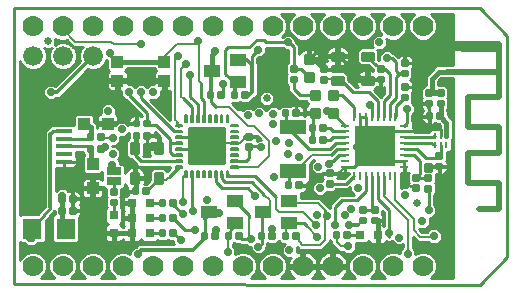
<source format=gtl>
G75*
%MOIN*%
%OFA0B0*%
%FSLAX24Y24*%
%IPPOS*%
%LPD*%
%AMOC8*
5,1,8,0,0,1.08239X$1,22.5*
%
%ADD10C,0.0100*%
%ADD11C,0.0125*%
%ADD12R,0.0394X0.0394*%
%ADD13R,0.0315X0.0112*%
%ADD14R,0.0112X0.0315*%
%ADD15R,0.1378X0.1378*%
%ADD16C,0.0088*%
%ADD17R,0.0866X0.0512*%
%ADD18R,0.0630X0.0710*%
%ADD19C,0.0059*%
%ADD20R,0.0551X0.0394*%
%ADD21R,0.0315X0.0315*%
%ADD22R,0.0500X0.0250*%
%ADD23C,0.0700*%
%ADD24C,0.0660*%
%ADD25R,0.0098X0.0197*%
%ADD26C,0.0200*%
%ADD27C,0.0350*%
%ADD28R,0.1000X0.0350*%
%ADD29R,0.0010X0.0010*%
%ADD30R,0.0551X0.0138*%
%ADD31C,0.0250*%
%ADD32C,0.0175*%
%ADD33OC8,0.0240*%
%ADD34OC8,0.0270*%
%ADD35C,0.0160*%
%ADD36C,0.0080*%
%ADD37C,0.0120*%
%ADD38C,0.0570*%
%ADD39C,0.0720*%
D10*
X001820Y001850D02*
X017340Y001840D01*
X018270Y002770D01*
X018270Y010130D01*
X017350Y011050D01*
X001820Y011050D01*
X001820Y001850D01*
X002728Y002049D02*
X002857Y002178D01*
X002930Y002355D01*
X002930Y002545D01*
X002857Y002722D01*
X002722Y002857D01*
X002545Y002930D01*
X002355Y002930D01*
X002178Y002857D01*
X002043Y002722D01*
X002020Y002666D01*
X002020Y003256D01*
X002061Y003215D01*
X002170Y003215D01*
X002260Y003125D01*
X002480Y003125D01*
X002495Y003140D01*
X002517Y003140D01*
X002534Y003157D01*
X002557Y003162D01*
X002593Y003215D01*
X002799Y003215D01*
X002875Y003291D01*
X002875Y003943D01*
X003162Y004277D01*
X003180Y004295D01*
X003180Y004184D01*
X003105Y004109D01*
X003105Y003291D01*
X003181Y003215D01*
X003919Y003215D01*
X003995Y003291D01*
X003995Y004084D01*
X004018Y004107D01*
X004046Y004155D01*
X004060Y004210D01*
X004060Y004287D01*
X003798Y004287D01*
X003798Y004313D01*
X003772Y004313D01*
X003772Y004687D01*
X003798Y004687D01*
X003798Y004713D01*
X003772Y004713D01*
X003772Y004975D01*
X003695Y004975D01*
X003640Y004961D01*
X003637Y004958D01*
X003540Y005055D01*
X003320Y005055D01*
X003220Y004955D01*
X003220Y005719D01*
X003493Y005719D01*
X003493Y005938D01*
X003493Y005938D01*
X003493Y005719D01*
X003789Y005719D01*
X003827Y005730D01*
X003861Y005749D01*
X003889Y005777D01*
X003909Y005811D01*
X003919Y005850D01*
X003919Y005938D01*
X003493Y005938D01*
X003493Y005938D01*
X003919Y005938D01*
X003919Y006027D01*
X003909Y006065D01*
X003899Y006082D01*
X003899Y006270D01*
X004120Y006270D01*
X004120Y006208D01*
X004165Y006163D01*
X004165Y006136D01*
X004123Y006094D01*
X004123Y005593D01*
X004199Y005517D01*
X004701Y005517D01*
X004770Y005586D01*
X004770Y005340D01*
X004767Y005345D01*
X004739Y005373D01*
X004705Y005393D01*
X004667Y005403D01*
X004498Y005403D01*
X004498Y005105D01*
X004402Y005105D01*
X004402Y005403D01*
X004233Y005403D01*
X004195Y005393D01*
X004161Y005373D01*
X004133Y005345D01*
X004113Y005311D01*
X004103Y005273D01*
X004103Y005105D01*
X004402Y005105D01*
X004402Y005008D01*
X004498Y005008D01*
X004498Y004709D01*
X004667Y004709D01*
X004705Y004720D01*
X004739Y004739D01*
X004767Y004767D01*
X004787Y004802D01*
X004797Y004840D01*
X004797Y005008D01*
X004498Y005008D01*
X004498Y005105D01*
X004774Y005105D01*
X004846Y005033D01*
X004895Y005033D01*
X004895Y004783D01*
X004928Y004750D01*
X004895Y004717D01*
X004895Y004433D01*
X004917Y004411D01*
X004863Y004357D01*
X004863Y003934D01*
X004939Y003858D01*
X004956Y003858D01*
X004935Y003852D01*
X004900Y003832D01*
X004872Y003804D01*
X004853Y003770D01*
X004843Y003732D01*
X004843Y003583D01*
X005121Y003583D01*
X005121Y003526D01*
X004843Y003526D01*
X004843Y003377D01*
X004853Y003339D01*
X004872Y003305D01*
X004900Y003277D01*
X004935Y003257D01*
X004973Y003247D01*
X005121Y003247D01*
X005121Y003526D01*
X005179Y003526D01*
X005179Y003583D01*
X005447Y003583D01*
X005447Y003579D01*
X005726Y003579D01*
X005726Y003857D01*
X005726Y004021D01*
X005783Y004021D01*
X005783Y003579D01*
X005726Y003579D01*
X005726Y003521D01*
X005783Y003521D01*
X005783Y003243D01*
X005932Y003243D01*
X005970Y003253D01*
X006004Y003272D01*
X006032Y003300D01*
X006052Y003335D01*
X006058Y003356D01*
X006058Y003339D01*
X006134Y003263D01*
X006557Y003263D01*
X006611Y003317D01*
X006633Y003295D01*
X006917Y003295D01*
X006950Y003328D01*
X006983Y003295D01*
X007125Y003295D01*
X007125Y003220D01*
X007165Y003180D01*
X005971Y003180D01*
X005891Y003100D01*
X005846Y003100D01*
X005700Y002954D01*
X005700Y002866D01*
X005545Y002930D01*
X005355Y002930D01*
X005178Y002857D01*
X005043Y002722D01*
X004970Y002545D01*
X004970Y002355D01*
X005043Y002178D01*
X005173Y002048D01*
X004727Y002048D01*
X004857Y002178D01*
X004930Y002355D01*
X004930Y002545D01*
X004857Y002722D01*
X004722Y002857D01*
X004545Y002930D01*
X004355Y002930D01*
X004178Y002857D01*
X004043Y002722D01*
X003970Y002545D01*
X003970Y002355D01*
X004043Y002178D01*
X004173Y002048D01*
X003728Y002049D01*
X003857Y002178D01*
X003930Y002355D01*
X003930Y002545D01*
X003857Y002722D01*
X003722Y002857D01*
X003545Y002930D01*
X003355Y002930D01*
X003178Y002857D01*
X003043Y002722D01*
X002970Y002545D01*
X002970Y002355D01*
X003043Y002178D01*
X003172Y002049D01*
X002728Y002049D01*
X002797Y002119D02*
X003103Y002119D01*
X003027Y002217D02*
X002873Y002217D01*
X002914Y002316D02*
X002986Y002316D01*
X002970Y002414D02*
X002930Y002414D01*
X002930Y002513D02*
X002970Y002513D01*
X002997Y002611D02*
X002903Y002611D01*
X002862Y002710D02*
X003038Y002710D01*
X003129Y002808D02*
X002771Y002808D01*
X002602Y002907D02*
X003298Y002907D01*
X003602Y002907D02*
X004298Y002907D01*
X004129Y002808D02*
X003771Y002808D01*
X003862Y002710D02*
X004038Y002710D01*
X003997Y002611D02*
X003903Y002611D01*
X003930Y002513D02*
X003970Y002513D01*
X003970Y002414D02*
X003930Y002414D01*
X003914Y002316D02*
X003986Y002316D01*
X004027Y002217D02*
X003873Y002217D01*
X003797Y002119D02*
X004103Y002119D01*
X004797Y002119D02*
X005103Y002119D01*
X005027Y002217D02*
X004873Y002217D01*
X004914Y002316D02*
X004986Y002316D01*
X004970Y002414D02*
X004930Y002414D01*
X004930Y002513D02*
X004970Y002513D01*
X004997Y002611D02*
X004903Y002611D01*
X004862Y002710D02*
X005038Y002710D01*
X005129Y002808D02*
X004771Y002808D01*
X004602Y002907D02*
X005298Y002907D01*
X005602Y002907D02*
X005700Y002907D01*
X005751Y003005D02*
X002020Y003005D01*
X002020Y002907D02*
X002298Y002907D01*
X002129Y002808D02*
X002020Y002808D01*
X002020Y002710D02*
X002038Y002710D01*
X002020Y003104D02*
X005895Y003104D01*
X005726Y003243D02*
X005726Y003521D01*
X005457Y003521D01*
X005457Y003526D01*
X005179Y003526D01*
X005179Y003247D01*
X005327Y003247D01*
X005365Y003257D01*
X005400Y003277D01*
X005428Y003305D01*
X005447Y003339D01*
X005452Y003356D01*
X005457Y003335D01*
X005477Y003300D01*
X005505Y003272D01*
X005539Y003253D01*
X005577Y003243D01*
X005726Y003243D01*
X005726Y003301D02*
X005783Y003301D01*
X005783Y003399D02*
X005726Y003399D01*
X005726Y003498D02*
X005783Y003498D01*
X005783Y003596D02*
X005726Y003596D01*
X005726Y003695D02*
X005783Y003695D01*
X005783Y003793D02*
X005726Y003793D01*
X005726Y003892D02*
X005783Y003892D01*
X005783Y003990D02*
X005726Y003990D01*
X005726Y004021D02*
X005447Y004021D01*
X005447Y003873D01*
X005457Y003835D01*
X005477Y003800D01*
X005457Y003765D01*
X005453Y003749D01*
X005447Y003770D01*
X005428Y003804D01*
X005400Y003832D01*
X005365Y003852D01*
X005344Y003858D01*
X005361Y003858D01*
X005437Y003934D01*
X005437Y004357D01*
X005383Y004411D01*
X005405Y004433D01*
X005405Y004717D01*
X005372Y004750D01*
X005405Y004783D01*
X005405Y005033D01*
X005454Y005033D01*
X005530Y005109D01*
X005530Y005194D01*
X005534Y005173D01*
X005552Y005130D01*
X005578Y005091D01*
X005606Y005063D01*
X005600Y005040D01*
X005600Y004963D01*
X005862Y004963D01*
X005862Y005225D01*
X005812Y005225D01*
X005812Y005342D01*
X005888Y005342D01*
X005888Y005418D01*
X005812Y005418D01*
X005812Y005755D01*
X005739Y005755D01*
X005693Y005746D01*
X005650Y005728D01*
X005611Y005702D01*
X005578Y005669D01*
X005552Y005630D01*
X005534Y005587D01*
X005530Y005566D01*
X005530Y005787D01*
X005454Y005863D01*
X005365Y005863D01*
X005365Y005950D01*
X005289Y006026D01*
X005360Y006096D01*
X005360Y006304D01*
X005214Y006450D01*
X005100Y006450D01*
X005100Y006460D01*
X005224Y006460D01*
X005370Y006606D01*
X005370Y006760D01*
X005514Y006760D01*
X005650Y006896D01*
X005650Y006713D01*
X005545Y006608D01*
X005545Y006152D01*
X005672Y006025D01*
X005736Y006025D01*
X005870Y005880D01*
X005870Y005875D01*
X005920Y005825D01*
X005968Y005773D01*
X005972Y005773D01*
X005975Y005770D01*
X006046Y005770D01*
X006117Y005767D01*
X006120Y005770D01*
X007020Y005770D01*
X007020Y005711D01*
X006936Y005627D01*
X006828Y005735D01*
X006472Y005735D01*
X006345Y005608D01*
X006345Y005325D01*
X006225Y005205D01*
X006172Y005205D01*
X006175Y005219D01*
X006175Y005342D01*
X005888Y005342D01*
X005888Y005005D01*
X005888Y004963D01*
X005862Y004963D01*
X005862Y004937D01*
X005600Y004937D01*
X005600Y004860D01*
X005601Y004857D01*
X005577Y004857D01*
X005539Y004847D01*
X005505Y004828D01*
X005477Y004800D01*
X005457Y004765D01*
X005447Y004727D01*
X005447Y004579D01*
X005726Y004579D01*
X005726Y004521D01*
X005783Y004521D01*
X005783Y004243D01*
X005783Y004079D01*
X005726Y004079D01*
X005726Y004521D01*
X005447Y004521D01*
X005447Y004373D01*
X005457Y004335D01*
X005477Y004300D01*
X005457Y004265D01*
X005447Y004227D01*
X005447Y004079D01*
X005726Y004079D01*
X005726Y004021D01*
X005726Y004089D02*
X005783Y004089D01*
X005783Y004187D02*
X005726Y004187D01*
X005726Y004286D02*
X005783Y004286D01*
X005783Y004384D02*
X005726Y004384D01*
X005726Y004483D02*
X005783Y004483D01*
X005447Y004483D02*
X005405Y004483D01*
X005405Y004581D02*
X005447Y004581D01*
X005447Y004680D02*
X005405Y004680D01*
X005400Y004778D02*
X005465Y004778D01*
X005405Y004877D02*
X005600Y004877D01*
X005600Y004975D02*
X005405Y004975D01*
X005495Y005074D02*
X005596Y005074D01*
X005535Y005172D02*
X005530Y005172D01*
X005812Y005271D02*
X005888Y005271D01*
X005888Y005369D02*
X006345Y005369D01*
X006345Y005468D02*
X006175Y005468D01*
X006175Y005418D02*
X006175Y005541D01*
X006166Y005587D01*
X006148Y005630D01*
X006122Y005669D01*
X006089Y005702D01*
X006050Y005728D01*
X006007Y005746D01*
X005961Y005755D01*
X005888Y005755D01*
X005888Y005418D01*
X006175Y005418D01*
X006170Y005566D02*
X006345Y005566D01*
X006402Y005665D02*
X006125Y005665D01*
X005888Y005665D02*
X005812Y005665D01*
X005812Y005566D02*
X005888Y005566D01*
X005888Y005468D02*
X005812Y005468D01*
X005862Y005172D02*
X005888Y005172D01*
X005888Y005074D02*
X005862Y005074D01*
X005862Y004975D02*
X005888Y004975D01*
X006225Y004950D02*
X006614Y005339D01*
X006291Y005271D02*
X006175Y005271D01*
X006898Y005665D02*
X006974Y005665D01*
X007020Y005763D02*
X005530Y005763D01*
X005530Y005665D02*
X005575Y005665D01*
X005455Y005862D02*
X005884Y005862D01*
X005796Y005960D02*
X005355Y005960D01*
X005322Y006059D02*
X005639Y006059D01*
X005545Y006157D02*
X005360Y006157D01*
X005360Y006256D02*
X005545Y006256D01*
X005545Y006354D02*
X005310Y006354D01*
X005315Y006551D02*
X005545Y006551D01*
X005545Y006453D02*
X005100Y006453D01*
X005370Y006650D02*
X005587Y006650D01*
X005650Y006748D02*
X005370Y006748D01*
X005600Y006847D02*
X005650Y006847D01*
X005630Y007144D02*
X005514Y007260D01*
X005306Y007260D01*
X005198Y007152D01*
X004992Y007152D01*
X004992Y007248D01*
X005291Y007248D01*
X005291Y007417D01*
X005280Y007455D01*
X005261Y007489D01*
X005233Y007517D01*
X005210Y007530D01*
X005210Y007734D01*
X005064Y007880D01*
X004856Y007880D01*
X004710Y007734D01*
X004710Y007542D01*
X004689Y007537D01*
X004655Y007517D01*
X004627Y007489D01*
X004607Y007455D01*
X004597Y007417D01*
X004597Y007248D01*
X004895Y007248D01*
X004895Y007152D01*
X004597Y007152D01*
X004597Y007072D01*
X004585Y007112D01*
X004585Y007168D01*
X004561Y007192D01*
X004552Y007224D01*
X004502Y007251D01*
X004483Y007270D01*
X004483Y007451D01*
X004407Y007527D01*
X003906Y007527D01*
X003829Y007451D01*
X003829Y007154D01*
X003823Y007161D01*
X003164Y007161D01*
X003145Y007142D01*
X002020Y007142D01*
X002020Y007044D02*
X002935Y007044D01*
X002951Y007060D02*
X002840Y006949D01*
X002840Y004455D01*
X002609Y004185D01*
X002061Y004185D01*
X002020Y004144D01*
X002020Y009286D01*
X002060Y009189D01*
X002189Y009060D01*
X002358Y008990D01*
X002541Y008990D01*
X002711Y009060D01*
X002840Y009189D01*
X002910Y009358D01*
X002910Y009541D01*
X002840Y009711D01*
X002825Y009726D01*
X002899Y009695D01*
X003001Y009695D01*
X003075Y009726D01*
X003060Y009711D01*
X002990Y009541D01*
X002990Y009358D01*
X003060Y009189D01*
X003189Y009060D01*
X003358Y008990D01*
X003541Y008990D01*
X003711Y009060D01*
X003840Y009189D01*
X003910Y009358D01*
X003910Y009541D01*
X003840Y009711D01*
X003711Y009840D01*
X003541Y009910D01*
X003358Y009910D01*
X003189Y009840D01*
X003174Y009825D01*
X003205Y009899D01*
X003205Y010001D01*
X003189Y010038D01*
X003355Y009970D01*
X003545Y009970D01*
X003577Y009983D01*
X003790Y009770D01*
X004119Y009770D01*
X004060Y009711D01*
X003990Y009541D01*
X003990Y009358D01*
X004019Y009288D01*
X003192Y008461D01*
X003154Y008500D01*
X002946Y008500D01*
X002800Y008354D01*
X002800Y008146D01*
X002946Y008000D01*
X003154Y008000D01*
X003214Y008060D01*
X003329Y008060D01*
X003440Y008171D01*
X004288Y009019D01*
X004358Y008990D01*
X004541Y008990D01*
X004711Y009060D01*
X004840Y009189D01*
X004898Y009329D01*
X004926Y009300D01*
X004936Y009300D01*
X004936Y009014D01*
X004989Y008961D01*
X004974Y008952D01*
X004946Y008924D01*
X004926Y008890D01*
X004916Y008852D01*
X004916Y008683D01*
X005214Y008683D01*
X005214Y008587D01*
X004916Y008587D01*
X004916Y008418D01*
X004926Y008380D01*
X004946Y008346D01*
X004974Y008318D01*
X005008Y008298D01*
X005046Y008288D01*
X005214Y008288D01*
X005214Y008587D01*
X005311Y008587D01*
X005311Y008683D01*
X005609Y008683D01*
X005609Y008852D01*
X005599Y008890D01*
X005579Y008924D01*
X005552Y008952D01*
X005536Y008961D01*
X005589Y009014D01*
X005589Y009055D01*
X006511Y009055D01*
X006511Y009014D01*
X006564Y008961D01*
X006548Y008952D01*
X006521Y008924D01*
X006501Y008890D01*
X006491Y008852D01*
X006491Y008683D01*
X006789Y008683D01*
X006789Y008587D01*
X006491Y008587D01*
X006491Y008515D01*
X006340Y008515D01*
X006250Y008425D01*
X006160Y008515D01*
X005940Y008515D01*
X005850Y008425D01*
X005760Y008515D01*
X005609Y008515D01*
X005609Y008587D01*
X005311Y008587D01*
X005311Y008288D01*
X005385Y008288D01*
X005385Y008140D01*
X005540Y007985D01*
X005560Y007985D01*
X005575Y007970D01*
X006075Y007470D01*
X006075Y007456D01*
X006050Y007471D01*
X005995Y007485D01*
X005918Y007485D01*
X005918Y007223D01*
X005892Y007223D01*
X005892Y007485D01*
X005815Y007485D01*
X005760Y007471D01*
X005712Y007443D01*
X005672Y007403D01*
X005644Y007355D01*
X005630Y007300D01*
X005630Y007223D01*
X005892Y007223D01*
X005892Y007197D01*
X005630Y007197D01*
X005630Y007144D01*
X005630Y007241D02*
X005533Y007241D01*
X005640Y007339D02*
X005291Y007339D01*
X005287Y007241D02*
X004992Y007241D01*
X004895Y007241D02*
X004522Y007241D01*
X004483Y007339D02*
X004597Y007339D01*
X004602Y007438D02*
X004483Y007438D01*
X004688Y007536D02*
X002020Y007536D01*
X002020Y007438D02*
X003829Y007438D01*
X003829Y007339D02*
X002020Y007339D01*
X002020Y007241D02*
X003829Y007241D01*
X003493Y006962D02*
X003122Y006962D01*
X003030Y006870D01*
X002840Y006847D02*
X002020Y006847D01*
X002020Y006945D02*
X002840Y006945D01*
X002951Y007060D02*
X002965Y007060D01*
X003047Y007142D01*
X003145Y007142D01*
X002840Y006748D02*
X002020Y006748D01*
X002020Y006650D02*
X002840Y006650D01*
X002840Y006551D02*
X002020Y006551D01*
X002020Y006453D02*
X002840Y006453D01*
X002840Y006354D02*
X002020Y006354D01*
X002020Y006256D02*
X002840Y006256D01*
X002840Y006157D02*
X002020Y006157D01*
X002020Y006059D02*
X002840Y006059D01*
X002840Y005960D02*
X002020Y005960D01*
X002020Y005862D02*
X002840Y005862D01*
X002840Y005763D02*
X002020Y005763D01*
X002020Y005665D02*
X002840Y005665D01*
X002840Y005566D02*
X002020Y005566D01*
X002020Y005468D02*
X002840Y005468D01*
X002840Y005369D02*
X002020Y005369D01*
X002020Y005271D02*
X002840Y005271D01*
X002840Y005172D02*
X002020Y005172D01*
X002020Y005074D02*
X002840Y005074D01*
X002840Y004975D02*
X002020Y004975D01*
X002020Y004877D02*
X002840Y004877D01*
X002840Y004778D02*
X002020Y004778D01*
X002020Y004680D02*
X002840Y004680D01*
X002840Y004581D02*
X002020Y004581D01*
X002020Y004483D02*
X002840Y004483D01*
X002779Y004384D02*
X002020Y004384D01*
X002020Y004286D02*
X002695Y004286D01*
X002611Y004187D02*
X002020Y004187D01*
X002430Y003700D02*
X003030Y004400D01*
X003030Y004430D01*
X003170Y004286D02*
X003180Y004286D01*
X003180Y004187D02*
X003085Y004187D01*
X003105Y004089D02*
X003000Y004089D01*
X002916Y003990D02*
X003105Y003990D01*
X003105Y003892D02*
X002875Y003892D01*
X002875Y003793D02*
X003105Y003793D01*
X003105Y003695D02*
X002875Y003695D01*
X002875Y003596D02*
X003105Y003596D01*
X003105Y003498D02*
X002875Y003498D01*
X002875Y003399D02*
X003105Y003399D01*
X003105Y003301D02*
X002875Y003301D01*
X002584Y003202D02*
X007143Y003202D01*
X006977Y003301D02*
X006923Y003301D01*
X006775Y003550D02*
X006345Y003550D01*
X006096Y003301D02*
X006032Y003301D01*
X005477Y003301D02*
X005423Y003301D01*
X005179Y003301D02*
X005121Y003301D01*
X005121Y003399D02*
X005179Y003399D01*
X005179Y003498D02*
X005121Y003498D01*
X004843Y003498D02*
X003995Y003498D01*
X003995Y003596D02*
X004843Y003596D01*
X004843Y003695D02*
X003995Y003695D01*
X003995Y003793D02*
X004866Y003793D01*
X004905Y003892D02*
X003995Y003892D01*
X003995Y003990D02*
X004863Y003990D01*
X004863Y004089D02*
X003999Y004089D01*
X004054Y004187D02*
X004863Y004187D01*
X004863Y004286D02*
X004060Y004286D01*
X004060Y004313D02*
X004060Y004390D01*
X004046Y004445D01*
X004018Y004493D01*
X004011Y004500D01*
X004018Y004507D01*
X004046Y004555D01*
X004060Y004610D01*
X004060Y004687D01*
X003798Y004687D01*
X003798Y004575D01*
X003798Y004313D01*
X004060Y004313D01*
X004060Y004384D02*
X004890Y004384D01*
X004895Y004483D02*
X004024Y004483D01*
X004052Y004581D02*
X004895Y004581D01*
X004895Y004680D02*
X004060Y004680D01*
X004060Y004713D02*
X004060Y004790D01*
X004046Y004845D01*
X004018Y004893D01*
X003978Y004933D01*
X003930Y004961D01*
X003875Y004975D01*
X003798Y004975D01*
X003798Y004713D01*
X004060Y004713D01*
X004060Y004778D02*
X004127Y004778D01*
X004133Y004767D02*
X004113Y004802D01*
X004103Y004840D01*
X004103Y005008D01*
X004402Y005008D01*
X004402Y004709D01*
X004233Y004709D01*
X004195Y004720D01*
X004161Y004739D01*
X004133Y004767D01*
X004103Y004877D02*
X004027Y004877D01*
X004103Y004975D02*
X003620Y004975D01*
X003772Y004877D02*
X003798Y004877D01*
X003798Y004778D02*
X003772Y004778D01*
X003772Y004680D02*
X003798Y004680D01*
X003798Y004581D02*
X003772Y004581D01*
X003772Y004483D02*
X003798Y004483D01*
X003798Y004384D02*
X003772Y004384D01*
X004402Y004778D02*
X004498Y004778D01*
X004498Y004877D02*
X004402Y004877D01*
X004402Y004975D02*
X004498Y004975D01*
X004498Y005074D02*
X004805Y005074D01*
X004797Y004975D02*
X004895Y004975D01*
X004895Y004877D02*
X004797Y004877D01*
X004773Y004778D02*
X004900Y004778D01*
X005150Y004925D02*
X005150Y005288D01*
X004770Y005369D02*
X004743Y005369D01*
X004770Y005468D02*
X003220Y005468D01*
X003220Y005566D02*
X004150Y005566D01*
X004123Y005665D02*
X003220Y005665D01*
X003493Y005763D02*
X003493Y005763D01*
X003493Y005862D02*
X003493Y005862D01*
X003875Y005763D02*
X004123Y005763D01*
X004123Y005862D02*
X003919Y005862D01*
X003919Y005960D02*
X004123Y005960D01*
X004123Y006059D02*
X003910Y006059D01*
X003899Y006157D02*
X004165Y006157D01*
X004120Y006256D02*
X003899Y006256D01*
X004275Y006450D02*
X003493Y006450D01*
X003493Y006706D02*
X004375Y006706D01*
X004375Y006750D01*
X004335Y006710D01*
X004331Y006706D02*
X004375Y006750D01*
X004275Y006450D02*
X004375Y006350D01*
X004725Y006350D02*
X004790Y006350D01*
X004850Y006410D01*
X005100Y005840D02*
X005150Y005790D01*
X005150Y005608D01*
X004770Y005566D02*
X004750Y005566D01*
X004498Y005369D02*
X004402Y005369D01*
X004402Y005271D02*
X004498Y005271D01*
X004498Y005172D02*
X004402Y005172D01*
X004402Y005074D02*
X003220Y005074D01*
X003220Y005172D02*
X004103Y005172D01*
X004103Y005271D02*
X003220Y005271D01*
X003220Y005369D02*
X004157Y005369D01*
X003240Y004975D02*
X003220Y004975D01*
X005150Y004575D02*
X005150Y004145D01*
X005410Y004384D02*
X005447Y004384D01*
X005477Y004300D02*
X005478Y004300D01*
X005477Y004300D01*
X005469Y004286D02*
X005437Y004286D01*
X005437Y004187D02*
X005447Y004187D01*
X005437Y004089D02*
X005447Y004089D01*
X005437Y003990D02*
X005447Y003990D01*
X005447Y003892D02*
X005395Y003892D01*
X005434Y003793D02*
X005473Y003793D01*
X005478Y003800D02*
X005477Y003800D01*
X005478Y003800D01*
X004843Y003399D02*
X003995Y003399D01*
X003995Y003301D02*
X004877Y003301D01*
X006345Y004050D02*
X006775Y004050D01*
X007125Y004050D02*
X007515Y003660D01*
X007860Y003660D01*
X008175Y003450D02*
X008170Y003350D01*
X008160Y003360D01*
X008175Y003450D02*
X008175Y004008D01*
X007790Y004290D02*
X007750Y004330D01*
X007750Y005525D01*
X007758Y005525D01*
X007325Y005761D02*
X006991Y005427D01*
X007317Y005950D02*
X006050Y005950D01*
X005850Y006167D01*
X006133Y006130D02*
X006155Y006152D01*
X006155Y006528D01*
X006165Y006525D01*
X006242Y006525D01*
X006242Y006787D01*
X006268Y006787D01*
X006268Y006813D01*
X006530Y006813D01*
X006530Y006890D01*
X006521Y006925D01*
X006690Y006755D01*
X006688Y006755D01*
X006688Y006418D01*
X006612Y006418D01*
X006612Y006755D01*
X006539Y006755D01*
X006530Y006753D01*
X006530Y006787D01*
X006268Y006787D01*
X006268Y006525D01*
X006325Y006525D01*
X006325Y006418D01*
X006612Y006418D01*
X006612Y006342D01*
X006325Y006342D01*
X006325Y006219D01*
X006334Y006173D01*
X006352Y006130D01*
X006352Y006130D01*
X006133Y006130D01*
X006155Y006157D02*
X006341Y006157D01*
X006325Y006256D02*
X006155Y006256D01*
X006155Y006354D02*
X006612Y006354D01*
X006612Y006453D02*
X006688Y006453D01*
X006688Y006551D02*
X006612Y006551D01*
X006612Y006650D02*
X006688Y006650D01*
X006688Y006748D02*
X006612Y006748D01*
X006599Y006847D02*
X006530Y006847D01*
X006268Y006748D02*
X006242Y006748D01*
X006242Y006650D02*
X006268Y006650D01*
X006268Y006551D02*
X006242Y006551D01*
X006325Y006453D02*
X006155Y006453D01*
X006315Y007150D02*
X006255Y007210D01*
X006255Y007545D01*
X005650Y008150D01*
X005650Y008250D01*
X005497Y008029D02*
X003182Y008029D01*
X003396Y008127D02*
X005398Y008127D01*
X005385Y008226D02*
X003494Y008226D01*
X003593Y008324D02*
X004968Y008324D01*
X004916Y008423D02*
X003691Y008423D01*
X003790Y008521D02*
X004916Y008521D01*
X004916Y008718D02*
X003987Y008718D01*
X004085Y008817D02*
X004916Y008817D01*
X004941Y008915D02*
X004184Y008915D01*
X004282Y009014D02*
X004302Y009014D01*
X004598Y009014D02*
X004936Y009014D01*
X004936Y009112D02*
X004763Y009112D01*
X004849Y009211D02*
X004936Y009211D01*
X004917Y009309D02*
X004890Y009309D01*
X005030Y009498D02*
X005263Y009265D01*
X005030Y009498D02*
X005030Y009550D01*
X005589Y009014D02*
X006511Y009014D01*
X006515Y008915D02*
X005585Y008915D01*
X005609Y008817D02*
X006491Y008817D01*
X006491Y008718D02*
X005609Y008718D01*
X005609Y008521D02*
X006491Y008521D01*
X006789Y008521D02*
X006886Y008521D01*
X006886Y008587D02*
X006886Y008288D01*
X007020Y008288D01*
X007020Y007335D01*
X006370Y007985D01*
X006560Y007985D01*
X006715Y008140D01*
X006715Y008288D01*
X006789Y008288D01*
X006789Y008587D01*
X006886Y008587D01*
X006789Y008620D02*
X005311Y008620D01*
X005214Y008620D02*
X003888Y008620D01*
X003548Y008817D02*
X002020Y008817D01*
X002020Y008915D02*
X003646Y008915D01*
X003598Y009014D02*
X003745Y009014D01*
X003763Y009112D02*
X003843Y009112D01*
X003849Y009211D02*
X003942Y009211D01*
X003890Y009309D02*
X004010Y009309D01*
X003990Y009408D02*
X003910Y009408D01*
X003910Y009506D02*
X003990Y009506D01*
X004016Y009605D02*
X003884Y009605D01*
X003843Y009703D02*
X004057Y009703D01*
X003758Y009802D02*
X003749Y009802D01*
X003660Y009900D02*
X003566Y009900D01*
X003334Y009900D02*
X003205Y009900D01*
X003205Y009999D02*
X003286Y009999D01*
X003057Y009703D02*
X003020Y009703D01*
X003016Y009605D02*
X002884Y009605D01*
X002880Y009703D02*
X002843Y009703D01*
X002910Y009506D02*
X002990Y009506D01*
X002990Y009408D02*
X002910Y009408D01*
X002890Y009309D02*
X003010Y009309D01*
X003051Y009211D02*
X002849Y009211D01*
X002763Y009112D02*
X003137Y009112D01*
X003302Y009014D02*
X002598Y009014D01*
X002302Y009014D02*
X002020Y009014D01*
X002020Y009112D02*
X002137Y009112D01*
X002051Y009211D02*
X002020Y009211D01*
X002020Y008718D02*
X003449Y008718D01*
X003351Y008620D02*
X002020Y008620D01*
X002020Y008521D02*
X003252Y008521D01*
X002869Y008423D02*
X002020Y008423D01*
X002020Y008324D02*
X002800Y008324D01*
X002800Y008226D02*
X002020Y008226D01*
X002020Y008127D02*
X002819Y008127D01*
X002918Y008029D02*
X002020Y008029D01*
X002020Y007930D02*
X005615Y007930D01*
X005714Y007832D02*
X005112Y007832D01*
X005210Y007733D02*
X005812Y007733D01*
X005911Y007635D02*
X005210Y007635D01*
X005210Y007536D02*
X006009Y007536D01*
X005918Y007438D02*
X005892Y007438D01*
X005892Y007339D02*
X005918Y007339D01*
X005918Y007241D02*
X005892Y007241D01*
X005707Y007438D02*
X005285Y007438D01*
X004710Y007635D02*
X002020Y007635D01*
X002020Y007733D02*
X004710Y007733D01*
X004808Y007832D02*
X002020Y007832D01*
X004585Y007142D02*
X004597Y007142D01*
X006050Y008050D02*
X006050Y008250D01*
X006050Y008050D02*
X007158Y006942D01*
X007325Y006942D01*
X007325Y006745D02*
X007955Y006745D01*
X008250Y006450D01*
X008348Y006548D01*
X008250Y006450D02*
X008152Y006352D01*
X007325Y006352D01*
X007325Y006548D02*
X007252Y006548D01*
X007250Y006550D01*
X007010Y006550D01*
X007010Y006690D01*
X006550Y007150D01*
X006315Y007150D01*
X006819Y007536D02*
X007020Y007536D01*
X007020Y007438D02*
X006917Y007438D01*
X007016Y007339D02*
X007020Y007339D01*
X007250Y007214D02*
X007325Y007139D01*
X007750Y007383D02*
X007750Y007750D01*
X007450Y008050D01*
X007700Y008100D02*
X007700Y008820D01*
X008050Y008550D02*
X008050Y008050D01*
X008152Y007948D01*
X008152Y007375D01*
X007955Y007375D02*
X007955Y007845D01*
X007700Y008100D01*
X008375Y008150D02*
X008375Y007925D01*
X008550Y007750D01*
X008725Y008150D02*
X008780Y008150D01*
X008780Y008540D01*
X008870Y008870D02*
X008870Y009670D01*
X008950Y009750D01*
X009670Y009750D01*
X009910Y009990D01*
X010150Y009990D01*
X010230Y009910D01*
X010950Y009910D01*
X010990Y009910D01*
X011150Y009750D01*
X011150Y009025D01*
X011375Y009025D01*
X011650Y008750D01*
X011150Y008675D02*
X011150Y008350D01*
X011350Y008150D01*
X011850Y008150D01*
X011545Y007970D02*
X011545Y007947D01*
X011635Y007857D01*
X011600Y007836D01*
X011564Y007800D01*
X011538Y007756D01*
X011525Y007707D01*
X011525Y007588D01*
X011812Y007588D01*
X011812Y007512D01*
X011525Y007512D01*
X011525Y007464D01*
X011500Y007464D01*
X011500Y007537D01*
X011238Y007537D01*
X011238Y007563D01*
X011212Y007563D01*
X011212Y007825D01*
X011135Y007825D01*
X011080Y007811D01*
X011037Y007785D01*
X011017Y007805D01*
X010733Y007805D01*
X010641Y007713D01*
X010564Y007790D01*
X010356Y007790D01*
X010235Y007669D01*
X010104Y007800D01*
X009896Y007800D01*
X009780Y007684D01*
X009734Y007730D01*
X009526Y007730D01*
X009440Y007644D01*
X009404Y007680D01*
X009290Y007680D01*
X009150Y007820D01*
X009075Y007895D01*
X009317Y007895D01*
X009350Y007928D01*
X009383Y007895D01*
X009667Y007895D01*
X009780Y008008D01*
X009780Y008011D01*
X009829Y008060D01*
X009940Y008171D01*
X009940Y009229D01*
X009930Y009239D01*
X009930Y009375D01*
X009975Y009420D01*
X010074Y009420D01*
X010220Y009566D01*
X010220Y009730D01*
X010776Y009730D01*
X010846Y009660D01*
X010970Y009660D01*
X010970Y009242D01*
X010895Y009167D01*
X010895Y008883D01*
X010928Y008850D01*
X010895Y008817D01*
X010895Y008533D01*
X010970Y008458D01*
X010970Y008275D01*
X011170Y008075D01*
X011275Y007970D01*
X011545Y007970D01*
X011562Y007930D02*
X010476Y007930D01*
X010466Y007906D02*
X010505Y007999D01*
X010505Y008101D01*
X010466Y008194D01*
X010394Y008266D01*
X010301Y008305D01*
X010199Y008305D01*
X010106Y008266D01*
X010034Y008194D01*
X009995Y008101D01*
X009995Y007999D01*
X010034Y007906D01*
X010106Y007834D01*
X010199Y007795D01*
X010301Y007795D01*
X010394Y007834D01*
X010466Y007906D01*
X010389Y007832D02*
X011595Y007832D01*
X011532Y007733D02*
X011463Y007733D01*
X011458Y007743D02*
X011486Y007695D01*
X011500Y007640D01*
X011500Y007563D01*
X011238Y007563D01*
X011238Y007825D01*
X011315Y007825D01*
X011370Y007811D01*
X011418Y007783D01*
X011458Y007743D01*
X011500Y007635D02*
X011525Y007635D01*
X011500Y007536D02*
X011812Y007536D01*
X011850Y007550D02*
X011775Y007475D01*
X011775Y006650D01*
X011788Y006663D02*
X011788Y006775D01*
X011788Y007037D01*
X011762Y007037D01*
X011762Y006663D01*
X011788Y006663D01*
X011788Y006748D02*
X011762Y006748D01*
X011762Y006847D02*
X011788Y006847D01*
X011788Y006945D02*
X011762Y006945D01*
X012125Y007050D02*
X012350Y007050D01*
X012458Y006942D01*
X012866Y006942D01*
X012866Y006745D02*
X012445Y006745D01*
X012350Y006650D01*
X012125Y006650D01*
X012350Y006350D02*
X011650Y006350D01*
X011050Y006950D01*
X011120Y007078D01*
X010875Y007253D01*
X010875Y007550D01*
X010661Y007733D02*
X010621Y007733D01*
X010299Y007733D02*
X010171Y007733D01*
X010111Y007832D02*
X009139Y007832D01*
X009237Y007733D02*
X009829Y007733D01*
X009702Y007930D02*
X010024Y007930D01*
X009995Y008029D02*
X009797Y008029D01*
X009896Y008127D02*
X010006Y008127D01*
X010065Y008226D02*
X009940Y008226D01*
X009940Y008324D02*
X010970Y008324D01*
X010970Y008423D02*
X009940Y008423D01*
X009940Y008521D02*
X010907Y008521D01*
X010895Y008620D02*
X009940Y008620D01*
X009940Y008718D02*
X010895Y008718D01*
X010895Y008817D02*
X009940Y008817D01*
X009940Y008915D02*
X010895Y008915D01*
X010895Y009014D02*
X009940Y009014D01*
X009940Y009112D02*
X010895Y009112D01*
X010938Y009211D02*
X009940Y009211D01*
X009930Y009309D02*
X010970Y009309D01*
X010970Y009408D02*
X009962Y009408D01*
X009750Y009450D02*
X009750Y009150D01*
X009750Y009450D02*
X009970Y009670D01*
X010160Y009506D02*
X010970Y009506D01*
X010970Y009605D02*
X010220Y009605D01*
X010220Y009703D02*
X010803Y009703D01*
X011178Y010043D02*
X011355Y009970D01*
X011545Y009970D01*
X011722Y010043D01*
X011857Y010178D01*
X011930Y010355D01*
X011930Y010545D01*
X011857Y010722D01*
X011729Y010850D01*
X012171Y010850D01*
X012043Y010722D01*
X011970Y010545D01*
X011970Y010355D01*
X012043Y010178D01*
X012178Y010043D01*
X012355Y009970D01*
X012545Y009970D01*
X012722Y010043D01*
X012857Y010178D01*
X012930Y010355D01*
X012930Y010545D01*
X012857Y010722D01*
X012729Y010850D01*
X013171Y010850D01*
X013043Y010722D01*
X012970Y010545D01*
X012970Y010355D01*
X013043Y010178D01*
X013178Y010043D01*
X013355Y009970D01*
X013545Y009970D01*
X013722Y010043D01*
X013857Y010178D01*
X013930Y010355D01*
X013930Y010545D01*
X013857Y010722D01*
X013729Y010850D01*
X014171Y010850D01*
X014043Y010722D01*
X013970Y010545D01*
X013970Y010355D01*
X014043Y010178D01*
X014061Y010160D01*
X013886Y010160D01*
X013740Y010014D01*
X013740Y009806D01*
X013791Y009755D01*
X013382Y009755D01*
X013255Y009628D01*
X013255Y009272D01*
X013382Y009145D01*
X013610Y009145D01*
X013642Y009120D01*
X013795Y008998D01*
X013795Y008970D01*
X013771Y008975D01*
X013648Y008975D01*
X013648Y008688D01*
X013775Y008688D01*
X014037Y008688D01*
X014037Y008662D01*
X013775Y008662D01*
X013775Y008612D01*
X013648Y008612D01*
X013648Y008688D01*
X013572Y008688D01*
X013572Y008975D01*
X013449Y008975D01*
X013403Y008966D01*
X013360Y008948D01*
X013321Y008922D01*
X013288Y008889D01*
X013262Y008850D01*
X013244Y008807D01*
X013235Y008761D01*
X013235Y008688D01*
X013572Y008688D01*
X013572Y008612D01*
X013235Y008612D01*
X013235Y008539D01*
X013244Y008493D01*
X013262Y008450D01*
X013275Y008430D01*
X013208Y008430D01*
X012965Y008673D01*
X012965Y008828D01*
X012838Y008955D01*
X012425Y008955D01*
X012425Y009002D01*
X012163Y009002D01*
X012163Y009028D01*
X012137Y009028D01*
X012137Y009290D01*
X012060Y009290D01*
X012005Y009276D01*
X011975Y009258D01*
X011975Y009312D01*
X011688Y009312D01*
X011688Y009388D01*
X011612Y009388D01*
X011612Y009675D01*
X011493Y009675D01*
X011444Y009662D01*
X011400Y009636D01*
X011364Y009600D01*
X011338Y009556D01*
X011330Y009525D01*
X011330Y009825D01*
X011225Y009930D01*
X011200Y009955D01*
X011200Y010014D01*
X011054Y010160D01*
X010846Y010160D01*
X010776Y010090D01*
X010769Y010090D01*
X010857Y010178D01*
X010930Y010355D01*
X010930Y010545D01*
X010857Y010722D01*
X010729Y010850D01*
X011171Y010850D01*
X011043Y010722D01*
X010970Y010545D01*
X010970Y010355D01*
X011043Y010178D01*
X011178Y010043D01*
X011200Y009999D02*
X011286Y009999D01*
X011255Y009900D02*
X013740Y009900D01*
X013740Y009999D02*
X013614Y009999D01*
X013776Y010097D02*
X013823Y010097D01*
X013864Y010196D02*
X014036Y010196D01*
X013995Y010294D02*
X013905Y010294D01*
X013930Y010393D02*
X013970Y010393D01*
X013970Y010491D02*
X013930Y010491D01*
X013912Y010590D02*
X013988Y010590D01*
X014029Y010688D02*
X013871Y010688D01*
X013792Y010787D02*
X014108Y010787D01*
X014729Y010850D02*
X015171Y010850D01*
X015043Y010722D01*
X014970Y010545D01*
X014970Y010355D01*
X015043Y010178D01*
X015178Y010043D01*
X015355Y009970D01*
X015545Y009970D01*
X015722Y010043D01*
X015857Y010178D01*
X015930Y010355D01*
X015930Y010545D01*
X015857Y010722D01*
X015729Y010850D01*
X016450Y010850D01*
X016450Y009863D01*
X016445Y009851D01*
X016445Y009729D01*
X016450Y009717D01*
X016450Y009170D01*
X016155Y009170D01*
X016135Y009150D01*
X015903Y009150D01*
X015780Y009027D01*
X015540Y008787D01*
X015540Y008480D01*
X015508Y008480D01*
X015395Y008367D01*
X015395Y008083D01*
X015415Y008063D01*
X015389Y008020D01*
X015375Y007965D01*
X015375Y007888D01*
X015637Y007888D01*
X015637Y007862D01*
X015663Y007862D01*
X015663Y007600D01*
X015688Y007600D01*
X015688Y007458D01*
X015662Y007458D01*
X015662Y007433D01*
X015400Y007433D01*
X015400Y007355D01*
X015414Y007301D01*
X015442Y007252D01*
X015482Y007213D01*
X015530Y007185D01*
X015585Y007170D01*
X015662Y007170D01*
X015662Y007433D01*
X015688Y007433D01*
X015688Y007170D01*
X015765Y007170D01*
X015820Y007185D01*
X015863Y007210D01*
X015883Y007190D01*
X015983Y007190D01*
X016029Y007144D01*
X016029Y007053D01*
X015974Y007053D01*
X015935Y007043D01*
X015919Y007033D01*
X015743Y007033D01*
X015666Y006957D01*
X015666Y006925D01*
X015142Y006925D01*
X015142Y006942D01*
X014834Y006942D01*
X014342Y006942D01*
X013850Y006450D01*
X014342Y005958D01*
X014834Y005958D01*
X014834Y005958D01*
X014834Y005761D01*
X014834Y005761D01*
X014834Y005555D01*
X014725Y005555D01*
X014725Y005254D01*
X014709Y005238D01*
X014709Y005044D01*
X014760Y005095D01*
X014935Y005095D01*
X014935Y005135D01*
X014949Y005190D01*
X014975Y005233D01*
X014955Y005253D01*
X014955Y005537D01*
X014973Y005555D01*
X014834Y005555D01*
X014834Y005761D01*
X014834Y005761D01*
X014850Y005745D01*
X014850Y005250D01*
X014955Y005145D01*
X015210Y005045D01*
X014945Y005172D02*
X014709Y005172D01*
X014709Y005074D02*
X014739Y005074D01*
X014725Y005271D02*
X014955Y005271D01*
X014955Y005369D02*
X014725Y005369D01*
X014725Y005468D02*
X014955Y005468D01*
X014834Y005566D02*
X014834Y005566D01*
X014834Y005665D02*
X014834Y005665D01*
X014834Y005761D02*
X014834Y005958D01*
X014834Y005761D01*
X014834Y005763D02*
X014834Y005763D01*
X014834Y005862D02*
X014834Y005862D01*
X014834Y006155D02*
X015145Y006155D01*
X015350Y005950D01*
X015350Y005535D01*
X015210Y005395D01*
X015610Y005395D01*
X015620Y005385D01*
X015842Y005210D02*
X015875Y005243D01*
X015875Y005509D01*
X015910Y005500D01*
X015987Y005500D01*
X015987Y005762D01*
X015725Y005762D01*
X015725Y005685D01*
X015737Y005640D01*
X015530Y005640D01*
X015530Y005870D01*
X015726Y005870D01*
X015725Y005865D01*
X015725Y005788D01*
X015987Y005788D01*
X015987Y005762D01*
X016013Y005762D01*
X016013Y005788D01*
X016275Y005788D01*
X016275Y005865D01*
X016261Y005920D01*
X016235Y005963D01*
X016255Y005983D01*
X016255Y006262D01*
X016342Y006262D01*
X016419Y006338D01*
X016419Y006642D01*
X016413Y006647D01*
X016419Y006653D01*
X016419Y006687D01*
X016449Y006718D01*
X016449Y007318D01*
X016326Y007441D01*
X016280Y007487D01*
X016280Y007587D01*
X016260Y007607D01*
X016260Y007683D01*
X016305Y007728D01*
X016305Y008012D01*
X016272Y008045D01*
X016305Y008078D01*
X016305Y008362D01*
X016192Y008475D01*
X015960Y008475D01*
X015960Y008613D01*
X016077Y008730D01*
X016135Y008730D01*
X016155Y008710D01*
X016450Y008710D01*
X016450Y002041D01*
X015717Y002041D01*
X015722Y002043D01*
X015857Y002178D01*
X015930Y002355D01*
X015930Y002545D01*
X015857Y002722D01*
X015722Y002857D01*
X015545Y002930D01*
X015355Y002930D01*
X015205Y002868D01*
X015205Y002980D01*
X015120Y003065D01*
X015120Y003430D01*
X015190Y003360D01*
X015290Y003260D01*
X015625Y003260D01*
X015700Y003185D01*
X015920Y003185D01*
X016075Y003340D01*
X016075Y003560D01*
X015920Y003715D01*
X015700Y003715D01*
X015585Y003600D01*
X015430Y003600D01*
X015325Y003705D01*
X015540Y003705D01*
X015695Y003860D01*
X015695Y004045D01*
X015750Y004045D01*
X015905Y004200D01*
X015905Y004420D01*
X015820Y004505D01*
X015820Y004838D01*
X015875Y004893D01*
X015875Y005177D01*
X015842Y005210D01*
X015875Y005172D02*
X016450Y005172D01*
X016450Y005074D02*
X015875Y005074D01*
X015875Y004975D02*
X016450Y004975D01*
X016450Y004877D02*
X015859Y004877D01*
X015820Y004778D02*
X016450Y004778D01*
X016450Y004680D02*
X015820Y004680D01*
X015820Y004581D02*
X016450Y004581D01*
X016450Y004483D02*
X015842Y004483D01*
X015905Y004384D02*
X016450Y004384D01*
X016450Y004286D02*
X015905Y004286D01*
X015892Y004187D02*
X016450Y004187D01*
X016450Y004089D02*
X015793Y004089D01*
X015695Y003990D02*
X016450Y003990D01*
X016450Y003892D02*
X015695Y003892D01*
X015628Y003793D02*
X016450Y003793D01*
X016450Y003695D02*
X015940Y003695D01*
X016039Y003596D02*
X016450Y003596D01*
X016450Y003498D02*
X016075Y003498D01*
X016075Y003399D02*
X016450Y003399D01*
X016450Y003301D02*
X016035Y003301D01*
X015937Y003202D02*
X016450Y003202D01*
X016450Y003104D02*
X015120Y003104D01*
X015120Y003202D02*
X015683Y003202D01*
X015720Y003430D02*
X015790Y003430D01*
X015810Y003450D01*
X015680Y003695D02*
X015336Y003695D01*
X015151Y003399D02*
X015120Y003399D01*
X015120Y003301D02*
X015249Y003301D01*
X015180Y003005D02*
X016450Y003005D01*
X016450Y002907D02*
X015602Y002907D01*
X015771Y002808D02*
X016450Y002808D01*
X016450Y002710D02*
X015862Y002710D01*
X015903Y002611D02*
X016450Y002611D01*
X016450Y002513D02*
X015930Y002513D01*
X015930Y002414D02*
X016450Y002414D01*
X016450Y002316D02*
X015914Y002316D01*
X015873Y002217D02*
X016450Y002217D01*
X016450Y002119D02*
X015797Y002119D01*
X015298Y002907D02*
X015205Y002907D01*
X014780Y003085D02*
X014780Y003176D01*
X014754Y003150D01*
X014546Y003150D01*
X014421Y003276D01*
X014405Y003260D01*
X014255Y003260D01*
X014238Y003277D01*
X014223Y003250D01*
X014195Y003222D01*
X014161Y003203D01*
X014123Y003193D01*
X013974Y003193D01*
X013974Y003471D01*
X013917Y003471D01*
X013917Y003193D01*
X013768Y003193D01*
X013730Y003203D01*
X013696Y003222D01*
X013668Y003250D01*
X013648Y003285D01*
X013642Y003306D01*
X013642Y003289D01*
X013566Y003213D01*
X013220Y003213D01*
X013220Y003006D01*
X013074Y002860D01*
X012866Y002860D01*
X012786Y002940D01*
X012640Y002940D01*
X012540Y003040D01*
X012405Y003175D01*
X012405Y003273D01*
X012360Y003318D01*
X012360Y003250D01*
X012260Y003150D01*
X012100Y002990D01*
X011466Y002990D01*
X011449Y002979D01*
X011397Y002990D01*
X011345Y002990D01*
X011331Y003004D01*
X011311Y003008D01*
X011282Y003052D01*
X011250Y003085D01*
X011250Y002909D01*
X011258Y002913D01*
X011333Y002938D01*
X011400Y002948D01*
X011400Y002500D01*
X011500Y002500D01*
X011500Y002948D01*
X011567Y002938D01*
X011642Y002913D01*
X011712Y002878D01*
X011776Y002831D01*
X011831Y002776D01*
X011878Y002712D01*
X011913Y002642D01*
X011938Y002567D01*
X011948Y002500D01*
X011500Y002500D01*
X011500Y002400D01*
X011948Y002400D01*
X011938Y002333D01*
X011913Y002258D01*
X011878Y002188D01*
X011831Y002124D01*
X011776Y002069D01*
X011741Y002044D01*
X012159Y002043D01*
X012124Y002069D01*
X012069Y002124D01*
X012022Y002188D01*
X011987Y002258D01*
X011962Y002333D01*
X011952Y002400D01*
X012400Y002400D01*
X012400Y002500D01*
X012400Y002948D01*
X012333Y002938D01*
X012258Y002913D01*
X012188Y002878D01*
X012124Y002831D01*
X012069Y002776D01*
X012022Y002712D01*
X011987Y002642D01*
X011962Y002567D01*
X011952Y002500D01*
X012400Y002500D01*
X012500Y002500D01*
X012500Y002948D01*
X012567Y002938D01*
X012642Y002913D01*
X012712Y002878D01*
X012776Y002831D01*
X012831Y002776D01*
X012878Y002712D01*
X012913Y002642D01*
X012938Y002567D01*
X012948Y002500D01*
X012500Y002500D01*
X012500Y002400D01*
X012948Y002400D01*
X012938Y002333D01*
X012913Y002258D01*
X012878Y002188D01*
X012831Y002124D01*
X012776Y002069D01*
X012740Y002043D01*
X013179Y002043D01*
X013178Y002043D01*
X013043Y002178D01*
X012970Y002355D01*
X012970Y002545D01*
X013043Y002722D01*
X013178Y002857D01*
X013355Y002930D01*
X013545Y002930D01*
X013722Y002857D01*
X013857Y002722D01*
X013930Y002545D01*
X013930Y002355D01*
X013857Y002178D01*
X013722Y002043D01*
X013720Y002042D01*
X014181Y002042D01*
X014178Y002043D01*
X014043Y002178D01*
X013970Y002355D01*
X013970Y002545D01*
X014043Y002722D01*
X014178Y002857D01*
X014355Y002930D01*
X014545Y002930D01*
X014675Y002876D01*
X014675Y002980D01*
X014780Y003085D01*
X014780Y003104D02*
X013220Y003104D01*
X013220Y003202D02*
X013733Y003202D01*
X013644Y003301D02*
X013642Y003301D01*
X013917Y003301D02*
X013974Y003301D01*
X013974Y003399D02*
X013917Y003399D01*
X013917Y003202D02*
X013974Y003202D01*
X014158Y003202D02*
X014494Y003202D01*
X014700Y003005D02*
X013219Y003005D01*
X013298Y002907D02*
X013120Y002907D01*
X013129Y002808D02*
X012799Y002808D01*
X012820Y002907D02*
X012655Y002907D01*
X012575Y003005D02*
X012115Y003005D01*
X012214Y003104D02*
X012476Y003104D01*
X012405Y003202D02*
X012312Y003202D01*
X012360Y003301D02*
X012377Y003301D01*
X012400Y002907D02*
X012500Y002907D01*
X012500Y002808D02*
X012400Y002808D01*
X012400Y002710D02*
X012500Y002710D01*
X012500Y002611D02*
X012400Y002611D01*
X012400Y002513D02*
X012500Y002513D01*
X012500Y002414D02*
X012970Y002414D01*
X012970Y002513D02*
X012946Y002513D01*
X012923Y002611D02*
X012997Y002611D01*
X013038Y002710D02*
X012879Y002710D01*
X012400Y002414D02*
X011500Y002414D01*
X011500Y002513D02*
X011400Y002513D01*
X011400Y002500D02*
X011400Y002400D01*
X010952Y002400D01*
X010962Y002333D01*
X010987Y002258D01*
X011022Y002188D01*
X011069Y002124D01*
X011124Y002069D01*
X011158Y002044D01*
X010723Y002044D01*
X010857Y002178D01*
X010930Y002355D01*
X010930Y002545D01*
X010857Y002722D01*
X010722Y002857D01*
X010545Y002930D01*
X010355Y002930D01*
X010178Y002857D01*
X010043Y002722D01*
X009970Y002545D01*
X009970Y002355D01*
X010043Y002178D01*
X010177Y002045D01*
X009724Y002045D01*
X009857Y002178D01*
X009930Y002355D01*
X009930Y002545D01*
X009857Y002722D01*
X009722Y002857D01*
X009545Y002930D01*
X009355Y002930D01*
X009200Y002866D01*
X009200Y003034D01*
X009120Y003114D01*
X009120Y003198D01*
X009150Y003228D01*
X009183Y003195D01*
X009325Y003195D01*
X009350Y003170D01*
X009546Y003170D01*
X009616Y003100D01*
X009720Y003100D01*
X009720Y002996D01*
X009866Y002850D01*
X010074Y002850D01*
X010220Y002996D01*
X010220Y003095D01*
X010255Y003130D01*
X010255Y003223D01*
X010283Y003195D01*
X010567Y003195D01*
X010650Y003278D01*
X010733Y003195D01*
X010851Y003195D01*
X010750Y003094D01*
X010750Y002886D01*
X010896Y002740D01*
X011043Y002740D01*
X011022Y002712D01*
X010987Y002642D01*
X010962Y002567D01*
X010952Y002500D01*
X011400Y002500D01*
X011400Y002414D02*
X010930Y002414D01*
X010930Y002513D02*
X010954Y002513D01*
X010977Y002611D02*
X010903Y002611D01*
X010862Y002710D02*
X011021Y002710D01*
X010828Y002808D02*
X010771Y002808D01*
X010750Y002907D02*
X010602Y002907D01*
X010750Y003005D02*
X010220Y003005D01*
X010228Y003104D02*
X010760Y003104D01*
X010726Y003202D02*
X010574Y003202D01*
X010276Y003202D02*
X010255Y003202D01*
X010075Y003205D02*
X010075Y003450D01*
X010070Y003345D01*
X010075Y003450D02*
X010075Y004108D01*
X010117Y004250D01*
X009650Y004157D02*
X009650Y004057D01*
X009650Y004157D02*
X009183Y004624D01*
X009209Y004550D01*
X009610Y005050D02*
X009870Y004790D01*
X010160Y004840D02*
X009750Y005250D01*
X008850Y005250D01*
X008742Y005358D01*
X008742Y005525D01*
X008545Y005525D02*
X008545Y005255D01*
X008750Y005050D01*
X009610Y005050D01*
X009850Y005450D02*
X009014Y005450D01*
X008939Y005525D01*
X009175Y005958D02*
X009558Y005958D01*
X009650Y006050D01*
X009650Y006415D01*
X009650Y006450D01*
X010010Y006450D01*
X010050Y006410D01*
X010040Y006660D02*
X009946Y006660D01*
X009916Y006630D01*
X009913Y006630D01*
X009925Y006675D01*
X009925Y006752D01*
X009663Y006752D01*
X009663Y006778D01*
X009922Y006778D01*
X010040Y006660D01*
X009936Y006650D02*
X009918Y006650D01*
X009925Y006748D02*
X009952Y006748D01*
X009637Y006752D02*
X009480Y006752D01*
X009480Y006778D01*
X009637Y006778D01*
X009637Y006752D01*
X010975Y005547D02*
X011120Y005622D01*
X010975Y005547D02*
X010975Y005150D01*
X011338Y005137D02*
X011338Y005163D01*
X011600Y005163D01*
X011600Y005236D01*
X011607Y005236D01*
X011683Y005312D01*
X011683Y005843D01*
X011820Y005980D01*
X011836Y005980D01*
X011720Y005864D01*
X011720Y005656D01*
X011866Y005510D01*
X012074Y005510D01*
X012075Y005511D01*
X012075Y005455D01*
X012089Y005400D01*
X012115Y005357D01*
X012095Y005337D01*
X012095Y005300D01*
X011916Y005300D01*
X011770Y005154D01*
X011770Y004946D01*
X011916Y004800D01*
X012124Y004800D01*
X012264Y004940D01*
X012492Y004940D01*
X012567Y005015D01*
X012965Y005015D01*
X013030Y005080D01*
X013030Y004966D01*
X013166Y004830D01*
X012675Y004830D01*
X012455Y004610D01*
X012350Y004505D01*
X012350Y004405D01*
X012265Y004490D01*
X012250Y004490D01*
X012120Y004620D01*
X012020Y004720D01*
X011389Y004720D01*
X011389Y004875D01*
X011388Y004875D01*
X011415Y004875D01*
X011470Y004889D01*
X011518Y004917D01*
X011558Y004957D01*
X011586Y005005D01*
X011600Y005060D01*
X011600Y005137D01*
X011338Y005137D01*
X011568Y004975D02*
X011770Y004975D01*
X011770Y005074D02*
X011600Y005074D01*
X011600Y005172D02*
X011788Y005172D01*
X011887Y005271D02*
X011642Y005271D01*
X011683Y005369D02*
X012108Y005369D01*
X012075Y005468D02*
X011683Y005468D01*
X011683Y005566D02*
X011810Y005566D01*
X011720Y005665D02*
X011683Y005665D01*
X011683Y005763D02*
X011720Y005763D01*
X011720Y005862D02*
X011702Y005862D01*
X011800Y005960D02*
X011816Y005960D01*
X012310Y005870D02*
X012350Y005950D01*
X012450Y005950D01*
X012655Y006155D01*
X012866Y006155D01*
X012866Y006352D02*
X012602Y006352D01*
X012400Y006150D01*
X012350Y006350D02*
X012548Y006548D01*
X012866Y006548D01*
X013153Y006500D02*
X013153Y006400D01*
X013800Y006400D01*
X013800Y006500D01*
X013153Y006500D01*
X013153Y006453D02*
X013800Y006453D01*
X013850Y006450D02*
X013650Y006450D01*
X013250Y006050D01*
X013250Y005850D01*
X013161Y005761D01*
X012866Y005761D01*
X012866Y005555D01*
X012975Y005555D01*
X012975Y005534D01*
X012816Y005375D01*
X012596Y005375D01*
X012611Y005400D01*
X012625Y005455D01*
X012625Y005532D01*
X012363Y005532D01*
X012363Y005558D01*
X012625Y005558D01*
X012625Y005580D01*
X012650Y005565D01*
X012689Y005555D01*
X012866Y005555D01*
X012866Y005761D01*
X012866Y005761D01*
X012866Y005665D02*
X012866Y005665D01*
X012866Y005566D02*
X012866Y005566D01*
X012908Y005468D02*
X012625Y005468D01*
X012625Y005566D02*
X012649Y005566D01*
X012337Y005558D02*
X012337Y005532D01*
X012096Y005532D01*
X012121Y005558D01*
X012337Y005558D01*
X012350Y005195D02*
X012890Y005195D01*
X013161Y005466D01*
X013555Y005466D02*
X013555Y004955D01*
X013250Y004650D01*
X012750Y004650D01*
X012530Y004430D01*
X012530Y003840D01*
X012260Y004110D02*
X012190Y004180D01*
X012190Y004310D01*
X012272Y004483D02*
X012350Y004483D01*
X012426Y004581D02*
X012159Y004581D01*
X012061Y004680D02*
X012525Y004680D01*
X012623Y004778D02*
X011389Y004778D01*
X011421Y004877D02*
X011840Y004877D01*
X012200Y004877D02*
X013120Y004877D01*
X013030Y004975D02*
X012527Y004975D01*
X013023Y005074D02*
X013030Y005074D01*
X013750Y005150D02*
X013752Y005152D01*
X013752Y004423D01*
X013850Y004325D01*
X013450Y004325D01*
X013863Y003988D02*
X014125Y003988D01*
X014125Y004065D01*
X014111Y004120D01*
X014085Y004163D01*
X014105Y004183D01*
X014105Y004290D01*
X014150Y004245D01*
X014150Y003800D01*
X014123Y003807D01*
X014097Y003807D01*
X014111Y003830D01*
X014125Y003885D01*
X014125Y003962D01*
X013863Y003962D01*
X013863Y003988D01*
X014125Y003990D02*
X014150Y003990D01*
X014150Y003892D02*
X014125Y003892D01*
X014119Y004089D02*
X014150Y004089D01*
X014150Y004187D02*
X014105Y004187D01*
X014105Y004286D02*
X014110Y004286D01*
X014330Y004320D02*
X014330Y003550D01*
X014330Y003440D01*
X014298Y002907D02*
X013602Y002907D01*
X013771Y002808D02*
X014129Y002808D01*
X014038Y002710D02*
X013862Y002710D01*
X013903Y002611D02*
X013997Y002611D01*
X013970Y002513D02*
X013930Y002513D01*
X013930Y002414D02*
X013970Y002414D01*
X013986Y002316D02*
X013914Y002316D01*
X013873Y002217D02*
X014027Y002217D01*
X014103Y002119D02*
X013797Y002119D01*
X013103Y002119D02*
X012826Y002119D01*
X012892Y002217D02*
X013027Y002217D01*
X012986Y002316D02*
X012932Y002316D01*
X012074Y002119D02*
X011826Y002119D01*
X011892Y002217D02*
X012008Y002217D01*
X011968Y002316D02*
X011932Y002316D01*
X011946Y002513D02*
X011954Y002513D01*
X011977Y002611D02*
X011923Y002611D01*
X011879Y002710D02*
X012021Y002710D01*
X012101Y002808D02*
X011799Y002808D01*
X011655Y002907D02*
X012245Y002907D01*
X011500Y002907D02*
X011400Y002907D01*
X011400Y002808D02*
X011500Y002808D01*
X011500Y002710D02*
X011400Y002710D01*
X011400Y002611D02*
X011500Y002611D01*
X011325Y003005D02*
X011250Y003005D01*
X010450Y003425D02*
X010425Y003450D01*
X010425Y003575D01*
X010420Y003700D01*
X010983Y003876D02*
X011484Y003876D01*
X011584Y003776D01*
X012925Y003500D02*
X013355Y003500D01*
X014330Y004320D02*
X013948Y004702D01*
X013948Y005466D01*
X013752Y005466D02*
X013752Y005152D01*
X014145Y004855D02*
X014150Y004850D01*
X014145Y004855D02*
X014145Y005466D01*
X014834Y006352D02*
X015248Y006352D01*
X015550Y006050D01*
X015825Y006050D01*
X016000Y006125D01*
X016043Y006218D01*
X016043Y006490D01*
X015846Y006490D02*
X015726Y006548D01*
X014834Y006548D01*
X014836Y006550D01*
X014834Y006745D02*
X015720Y006745D01*
X015846Y006805D01*
X016043Y006805D02*
X016043Y007017D01*
X015960Y007100D01*
X015937Y007044D02*
X015135Y007044D01*
X015132Y007056D02*
X015122Y007073D01*
X015122Y007249D01*
X015090Y007281D01*
X015090Y007495D01*
X015175Y007580D01*
X015175Y007800D01*
X015073Y007901D01*
X015105Y007933D01*
X015105Y008217D01*
X015085Y008237D01*
X015111Y008280D01*
X015125Y008335D01*
X015125Y008412D01*
X014863Y008412D01*
X014863Y008438D01*
X015125Y008438D01*
X015125Y008515D01*
X015111Y008570D01*
X015083Y008618D01*
X015043Y008658D01*
X015035Y008662D01*
X015105Y008733D01*
X015105Y009017D01*
X015085Y009037D01*
X015111Y009080D01*
X015125Y009135D01*
X015125Y009212D01*
X014863Y009212D01*
X014863Y009238D01*
X014837Y009238D01*
X014837Y009500D01*
X014760Y009500D01*
X014705Y009486D01*
X014657Y009458D01*
X014627Y009428D01*
X014625Y009430D01*
X014485Y009570D01*
X014445Y009570D01*
X014360Y009655D01*
X014140Y009655D01*
X013985Y009500D01*
X013985Y009307D01*
X013965Y009323D01*
X013965Y009628D01*
X013933Y009660D01*
X014094Y009660D01*
X014240Y009806D01*
X014240Y010014D01*
X014233Y010020D01*
X014355Y009970D01*
X014545Y009970D01*
X014722Y010043D01*
X014857Y010178D01*
X014930Y010355D01*
X014930Y010545D01*
X014857Y010722D01*
X014729Y010850D01*
X014792Y010787D02*
X015108Y010787D01*
X015029Y010688D02*
X014871Y010688D01*
X014912Y010590D02*
X014988Y010590D01*
X014970Y010491D02*
X014930Y010491D01*
X014930Y010393D02*
X014970Y010393D01*
X014995Y010294D02*
X014905Y010294D01*
X014864Y010196D02*
X015036Y010196D01*
X015124Y010097D02*
X014776Y010097D01*
X014614Y009999D02*
X015286Y009999D01*
X015614Y009999D02*
X016450Y009999D01*
X016450Y010097D02*
X015776Y010097D01*
X015864Y010196D02*
X016450Y010196D01*
X016450Y010294D02*
X015905Y010294D01*
X015930Y010393D02*
X016450Y010393D01*
X016450Y010491D02*
X015930Y010491D01*
X015912Y010590D02*
X016450Y010590D01*
X016450Y010688D02*
X015871Y010688D01*
X015792Y010787D02*
X016450Y010787D01*
X016450Y009900D02*
X014240Y009900D01*
X014240Y009999D02*
X014286Y009999D01*
X014235Y009802D02*
X016445Y009802D01*
X016450Y009703D02*
X014137Y009703D01*
X014090Y009605D02*
X013965Y009605D01*
X013965Y009506D02*
X013991Y009506D01*
X013985Y009408D02*
X013965Y009408D01*
X013982Y009309D02*
X013985Y009309D01*
X013695Y009307D02*
X014050Y009025D01*
X014175Y009025D01*
X014350Y008850D01*
X014350Y008150D01*
X014145Y007945D01*
X014145Y007434D01*
X013948Y007434D02*
X013948Y007952D01*
X013650Y008250D01*
X013133Y008250D01*
X012697Y008686D01*
X012965Y008718D02*
X013235Y008718D01*
X013248Y008817D02*
X012965Y008817D01*
X012878Y008915D02*
X013314Y008915D01*
X013572Y008915D02*
X013648Y008915D01*
X013648Y008817D02*
X013572Y008817D01*
X013572Y008718D02*
X013648Y008718D01*
X013648Y008620D02*
X013775Y008620D01*
X013572Y008620D02*
X013018Y008620D01*
X013117Y008521D02*
X013239Y008521D01*
X013414Y008675D02*
X012674Y009414D01*
X012648Y009412D02*
X012648Y009488D01*
X012572Y009488D01*
X012572Y009775D01*
X012449Y009775D01*
X012403Y009766D01*
X012360Y009748D01*
X012321Y009722D01*
X012288Y009689D01*
X012262Y009650D01*
X012244Y009607D01*
X012235Y009561D01*
X012235Y009488D01*
X012572Y009488D01*
X012572Y009412D01*
X012235Y009412D01*
X012235Y009339D01*
X012244Y009293D01*
X012246Y009288D01*
X012240Y009290D01*
X012163Y009290D01*
X012163Y009028D01*
X012425Y009028D01*
X012425Y009105D01*
X012418Y009131D01*
X012449Y009125D01*
X012572Y009125D01*
X012572Y009412D01*
X012648Y009412D01*
X012985Y009412D01*
X012985Y009339D01*
X012976Y009293D01*
X012958Y009250D01*
X012932Y009211D01*
X012899Y009178D01*
X012860Y009152D01*
X012817Y009134D01*
X012771Y009125D01*
X012648Y009125D01*
X012648Y009412D01*
X012648Y009408D02*
X012572Y009408D01*
X012572Y009506D02*
X012648Y009506D01*
X012648Y009488D02*
X012648Y009775D01*
X012771Y009775D01*
X012817Y009766D01*
X012860Y009748D01*
X012899Y009722D01*
X012932Y009689D01*
X012958Y009650D01*
X012976Y009607D01*
X012985Y009561D01*
X012985Y009488D01*
X012648Y009488D01*
X012648Y009605D02*
X012572Y009605D01*
X012572Y009703D02*
X012648Y009703D01*
X012918Y009703D02*
X013330Y009703D01*
X013255Y009605D02*
X012976Y009605D01*
X012985Y009506D02*
X013255Y009506D01*
X013255Y009408D02*
X012985Y009408D01*
X012979Y009309D02*
X013255Y009309D01*
X013317Y009211D02*
X012931Y009211D01*
X012648Y009211D02*
X012572Y009211D01*
X012572Y009309D02*
X012648Y009309D01*
X012423Y009112D02*
X013651Y009112D01*
X013642Y009120D02*
X013642Y009120D01*
X013775Y009014D02*
X012163Y009014D01*
X012150Y009015D02*
X012188Y008945D01*
X012163Y009112D02*
X012137Y009112D01*
X012137Y009211D02*
X012163Y009211D01*
X012241Y009309D02*
X011975Y009309D01*
X011975Y009388D02*
X011975Y009507D01*
X011962Y009556D01*
X011936Y009600D01*
X011900Y009636D01*
X011856Y009662D01*
X011807Y009675D01*
X011688Y009675D01*
X011688Y009388D01*
X011975Y009388D01*
X011975Y009408D02*
X012235Y009408D01*
X012235Y009506D02*
X011975Y009506D01*
X011932Y009605D02*
X012244Y009605D01*
X012302Y009703D02*
X011330Y009703D01*
X011330Y009605D02*
X011368Y009605D01*
X011330Y009802D02*
X013745Y009802D01*
X013286Y009999D02*
X012614Y009999D01*
X012776Y010097D02*
X013124Y010097D01*
X013036Y010196D02*
X012864Y010196D01*
X012905Y010294D02*
X012995Y010294D01*
X012970Y010393D02*
X012930Y010393D01*
X012930Y010491D02*
X012970Y010491D01*
X012988Y010590D02*
X012912Y010590D01*
X012871Y010688D02*
X013029Y010688D01*
X013108Y010787D02*
X012792Y010787D01*
X012108Y010787D02*
X011792Y010787D01*
X011871Y010688D02*
X012029Y010688D01*
X011988Y010590D02*
X011912Y010590D01*
X011930Y010491D02*
X011970Y010491D01*
X011970Y010393D02*
X011930Y010393D01*
X011905Y010294D02*
X011995Y010294D01*
X012036Y010196D02*
X011864Y010196D01*
X011776Y010097D02*
X012124Y010097D01*
X011950Y010030D02*
X011950Y009650D01*
X011650Y009350D01*
X011612Y009408D02*
X011688Y009408D01*
X011688Y009506D02*
X011612Y009506D01*
X011612Y009605D02*
X011688Y009605D01*
X011614Y009999D02*
X012286Y009999D01*
X011124Y010097D02*
X011117Y010097D01*
X011036Y010196D02*
X010864Y010196D01*
X010905Y010294D02*
X010995Y010294D01*
X010970Y010393D02*
X010930Y010393D01*
X010930Y010491D02*
X010970Y010491D01*
X010988Y010590D02*
X010912Y010590D01*
X010871Y010688D02*
X011029Y010688D01*
X011108Y010787D02*
X010792Y010787D01*
X010776Y010097D02*
X010783Y010097D01*
X009164Y008576D02*
X008870Y008870D01*
X009164Y008576D02*
X009283Y008576D01*
X010435Y008226D02*
X011020Y008226D01*
X011118Y008127D02*
X010494Y008127D01*
X010505Y008029D02*
X011217Y008029D01*
X011212Y007733D02*
X011238Y007733D01*
X011238Y007635D02*
X011212Y007635D01*
X012270Y007630D02*
X012360Y007550D01*
X012450Y007550D01*
X012861Y007139D01*
X012866Y007139D01*
X013161Y007434D02*
X013150Y007445D01*
X013150Y007750D01*
X012750Y008150D01*
X012450Y008150D01*
X012150Y008665D02*
X012171Y008686D01*
X013414Y008675D02*
X014050Y008675D01*
X014063Y008662D02*
X014063Y008400D01*
X014140Y008400D01*
X014170Y008408D01*
X014170Y008225D01*
X014050Y008105D01*
X014023Y008132D01*
X013830Y008325D01*
X013819Y008335D01*
X013860Y008352D01*
X013899Y008378D01*
X013929Y008408D01*
X013960Y008400D01*
X014037Y008400D01*
X014037Y008662D01*
X014063Y008662D01*
X014063Y008620D02*
X014037Y008620D01*
X014037Y008521D02*
X014063Y008521D01*
X014063Y008423D02*
X014037Y008423D01*
X014170Y008324D02*
X013831Y008324D01*
X013830Y008325D02*
X013830Y008325D01*
X013929Y008226D02*
X014170Y008226D01*
X014072Y008127D02*
X014028Y008127D01*
X014023Y008132D02*
X014023Y008132D01*
X014342Y007842D02*
X014550Y008050D01*
X014550Y008750D01*
X014650Y008850D01*
X014675Y008875D01*
X014850Y008875D01*
X014650Y008850D02*
X014550Y008950D01*
X014550Y009250D01*
X014410Y009390D01*
X014250Y009390D01*
X014549Y009506D02*
X016450Y009506D01*
X016450Y009408D02*
X015089Y009408D01*
X015083Y009418D02*
X015111Y009370D01*
X015125Y009315D01*
X015125Y009238D01*
X014863Y009238D01*
X014863Y009500D01*
X014940Y009500D01*
X014995Y009486D01*
X015043Y009458D01*
X015083Y009418D01*
X015125Y009309D02*
X016450Y009309D01*
X016450Y009211D02*
X015125Y009211D01*
X015119Y009112D02*
X015865Y009112D01*
X015767Y009014D02*
X015105Y009014D01*
X015105Y008915D02*
X015668Y008915D01*
X015570Y008817D02*
X015105Y008817D01*
X015090Y008718D02*
X015540Y008718D01*
X015540Y008620D02*
X015081Y008620D01*
X015124Y008521D02*
X015540Y008521D01*
X015450Y008423D02*
X014863Y008423D01*
X015122Y008324D02*
X015395Y008324D01*
X015395Y008226D02*
X015097Y008226D01*
X015105Y008127D02*
X015395Y008127D01*
X015395Y008029D02*
X015105Y008029D01*
X015102Y007930D02*
X015375Y007930D01*
X015375Y007862D02*
X015375Y007785D01*
X015389Y007730D01*
X015417Y007682D01*
X015452Y007648D01*
X015442Y007638D01*
X015414Y007590D01*
X015400Y007536D01*
X015131Y007536D01*
X015090Y007438D02*
X015662Y007438D01*
X015662Y007458D02*
X015400Y007458D01*
X015400Y007536D01*
X015440Y007635D02*
X015175Y007635D01*
X015175Y007733D02*
X015389Y007733D01*
X015375Y007832D02*
X015143Y007832D01*
X015375Y007862D02*
X015637Y007862D01*
X015637Y007720D01*
X015662Y007720D01*
X015662Y007458D01*
X015662Y007536D02*
X015688Y007536D01*
X015662Y007635D02*
X015663Y007635D01*
X015663Y007733D02*
X015637Y007733D01*
X015637Y007832D02*
X015663Y007832D01*
X015662Y007339D02*
X015688Y007339D01*
X015688Y007241D02*
X015662Y007241D01*
X015454Y007241D02*
X015122Y007241D01*
X015122Y007142D02*
X016029Y007142D01*
X015666Y006945D02*
X015142Y006945D01*
X015142Y006942D02*
X015142Y007018D01*
X015132Y007056D01*
X015142Y006942D02*
X014834Y006942D01*
X014834Y006942D01*
X014839Y006750D02*
X014834Y006745D01*
X014834Y007139D02*
X014910Y007215D01*
X014910Y007690D01*
X014550Y007775D02*
X014550Y007445D01*
X014539Y007434D01*
X014539Y007464D01*
X014342Y007434D02*
X014342Y007842D01*
X014550Y007775D02*
X014850Y008075D01*
X015090Y007339D02*
X015404Y007339D01*
X016280Y007536D02*
X016450Y007536D01*
X016450Y007438D02*
X016330Y007438D01*
X016428Y007339D02*
X016450Y007339D01*
X016449Y007241D02*
X016450Y007241D01*
X016449Y007142D02*
X016450Y007142D01*
X016449Y007044D02*
X016450Y007044D01*
X016449Y006945D02*
X016450Y006945D01*
X016449Y006847D02*
X016450Y006847D01*
X016449Y006748D02*
X016450Y006748D01*
X016450Y006650D02*
X016415Y006650D01*
X016419Y006551D02*
X016450Y006551D01*
X016450Y006453D02*
X016419Y006453D01*
X016419Y006354D02*
X016450Y006354D01*
X016450Y006256D02*
X016255Y006256D01*
X016255Y006157D02*
X016450Y006157D01*
X016450Y006059D02*
X016255Y006059D01*
X016237Y005960D02*
X016450Y005960D01*
X016450Y005862D02*
X016275Y005862D01*
X016275Y005762D02*
X016013Y005762D01*
X016013Y005500D01*
X016090Y005500D01*
X016145Y005514D01*
X016193Y005542D01*
X016233Y005582D01*
X016261Y005630D01*
X016275Y005685D01*
X016275Y005762D01*
X016325Y005775D02*
X016350Y005750D01*
X016325Y005775D02*
X016000Y005775D01*
X016013Y005763D02*
X016450Y005763D01*
X016450Y005665D02*
X016270Y005665D01*
X016217Y005566D02*
X016450Y005566D01*
X016450Y005468D02*
X015875Y005468D01*
X015875Y005369D02*
X016450Y005369D01*
X016450Y005271D02*
X015875Y005271D01*
X015640Y005115D02*
X015620Y005035D01*
X015640Y005115D02*
X015640Y004310D01*
X015987Y005566D02*
X016013Y005566D01*
X016013Y005665D02*
X015987Y005665D01*
X015987Y005763D02*
X015530Y005763D01*
X015530Y005665D02*
X015730Y005665D01*
X015725Y005862D02*
X015530Y005862D01*
X013850Y006450D02*
X013550Y006750D01*
X013350Y006750D01*
X013358Y006742D01*
X013650Y006450D01*
X013550Y006750D02*
X013550Y006850D01*
X013555Y006855D01*
X013555Y007434D01*
X013358Y007434D01*
X013358Y007434D01*
X013555Y007434D01*
X013555Y007434D01*
X013358Y007434D01*
X013358Y006742D01*
X013752Y007434D02*
X013752Y007738D01*
X013680Y007810D01*
X013690Y007810D01*
X013752Y007748D01*
X013695Y009307D02*
X013561Y009414D01*
X014410Y009605D02*
X016450Y009605D01*
X016147Y008718D02*
X016065Y008718D01*
X015967Y008620D02*
X016450Y008620D01*
X016450Y008521D02*
X015960Y008521D01*
X016245Y008423D02*
X016450Y008423D01*
X016450Y008324D02*
X016305Y008324D01*
X016305Y008226D02*
X016450Y008226D01*
X016450Y008127D02*
X016305Y008127D01*
X016289Y008029D02*
X016450Y008029D01*
X016450Y007930D02*
X016305Y007930D01*
X016305Y007832D02*
X016450Y007832D01*
X016450Y007733D02*
X016305Y007733D01*
X016260Y007635D02*
X016450Y007635D01*
X014863Y009309D02*
X014837Y009309D01*
X014837Y009408D02*
X014863Y009408D01*
X010550Y004750D02*
X009850Y005450D01*
X009183Y003876D02*
X008975Y003568D01*
X008975Y003450D01*
X009325Y003450D02*
X009425Y003350D01*
X009720Y003350D01*
X009613Y003104D02*
X009130Y003104D01*
X009124Y003202D02*
X009176Y003202D01*
X009200Y003005D02*
X009720Y003005D01*
X009810Y002907D02*
X009602Y002907D01*
X009771Y002808D02*
X010129Y002808D01*
X010130Y002907D02*
X010298Y002907D01*
X010038Y002710D02*
X009862Y002710D01*
X009903Y002611D02*
X009997Y002611D01*
X009970Y002513D02*
X009930Y002513D01*
X009930Y002414D02*
X009970Y002414D01*
X009986Y002316D02*
X009914Y002316D01*
X009873Y002217D02*
X010027Y002217D01*
X010103Y002119D02*
X009797Y002119D01*
X010797Y002119D02*
X011074Y002119D01*
X011008Y002217D02*
X010873Y002217D01*
X010914Y002316D02*
X010968Y002316D01*
X010075Y003205D02*
X009970Y003100D01*
X009298Y002907D02*
X009200Y002907D01*
X008525Y003450D02*
X008525Y003635D01*
X008570Y003650D01*
X007390Y003330D02*
X007125Y003550D01*
X006627Y003301D02*
X006595Y003301D01*
X007450Y004180D02*
X007125Y004505D01*
X007125Y004550D01*
X006775Y004550D02*
X006345Y004550D01*
X007317Y005950D02*
X007325Y005958D01*
X007325Y006155D02*
X007115Y006155D01*
X007010Y006260D01*
X007010Y006550D01*
X007758Y007375D02*
X007750Y007383D01*
X007020Y007635D02*
X006720Y007635D01*
X006622Y007733D02*
X007020Y007733D01*
X007020Y007832D02*
X006523Y007832D01*
X006425Y007930D02*
X007020Y007930D01*
X007020Y008029D02*
X006603Y008029D01*
X006702Y008127D02*
X007020Y008127D01*
X007020Y008226D02*
X006715Y008226D01*
X006789Y008324D02*
X006886Y008324D01*
X006886Y008423D02*
X006789Y008423D01*
X005311Y008423D02*
X005214Y008423D01*
X005214Y008521D02*
X005311Y008521D01*
X005311Y008324D02*
X005214Y008324D01*
X002183Y003202D02*
X002020Y003202D01*
X014602Y002907D02*
X014675Y002907D01*
D11*
X013913Y003912D02*
X013913Y004038D01*
X013913Y003912D02*
X013787Y003912D01*
X013787Y004038D01*
X013913Y004038D01*
X013913Y004036D02*
X013787Y004036D01*
X013513Y004038D02*
X013513Y003912D01*
X013387Y003912D01*
X013387Y004038D01*
X013513Y004038D01*
X013513Y004036D02*
X013387Y004036D01*
X013513Y004262D02*
X013513Y004388D01*
X013513Y004262D02*
X013387Y004262D01*
X013387Y004388D01*
X013513Y004388D01*
X013513Y004386D02*
X013387Y004386D01*
X013913Y004388D02*
X013913Y004262D01*
X013787Y004262D01*
X013787Y004388D01*
X013913Y004388D01*
X013913Y004386D02*
X013787Y004386D01*
X012988Y003563D02*
X012862Y003563D01*
X012988Y003563D02*
X012988Y003437D01*
X012862Y003437D01*
X012862Y003563D01*
X012862Y003561D02*
X012988Y003561D01*
X012638Y003563D02*
X012512Y003563D01*
X012638Y003563D02*
X012638Y003437D01*
X012512Y003437D01*
X012512Y003563D01*
X012512Y003561D02*
X012638Y003561D01*
X011288Y003513D02*
X011162Y003513D01*
X011288Y003513D02*
X011288Y003387D01*
X011162Y003387D01*
X011162Y003513D01*
X011162Y003511D02*
X011288Y003511D01*
X010938Y003513D02*
X010812Y003513D01*
X010938Y003513D02*
X010938Y003387D01*
X010812Y003387D01*
X010812Y003513D01*
X010812Y003511D02*
X010938Y003511D01*
X010488Y003513D02*
X010362Y003513D01*
X010488Y003513D02*
X010488Y003387D01*
X010362Y003387D01*
X010362Y003513D01*
X010362Y003511D02*
X010488Y003511D01*
X010138Y003513D02*
X010012Y003513D01*
X010138Y003513D02*
X010138Y003387D01*
X010012Y003387D01*
X010012Y003513D01*
X010012Y003511D02*
X010138Y003511D01*
X009388Y003513D02*
X009262Y003513D01*
X009388Y003513D02*
X009388Y003387D01*
X009262Y003387D01*
X009262Y003513D01*
X009262Y003511D02*
X009388Y003511D01*
X009038Y003513D02*
X008912Y003513D01*
X009038Y003513D02*
X009038Y003387D01*
X008912Y003387D01*
X008912Y003513D01*
X008912Y003511D02*
X009038Y003511D01*
X008588Y003513D02*
X008462Y003513D01*
X008588Y003513D02*
X008588Y003387D01*
X008462Y003387D01*
X008462Y003513D01*
X008462Y003511D02*
X008588Y003511D01*
X008238Y003513D02*
X008112Y003513D01*
X008238Y003513D02*
X008238Y003387D01*
X008112Y003387D01*
X008112Y003513D01*
X008112Y003511D02*
X008238Y003511D01*
X007188Y003613D02*
X007062Y003613D01*
X007188Y003613D02*
X007188Y003487D01*
X007062Y003487D01*
X007062Y003613D01*
X007062Y003611D02*
X007188Y003611D01*
X006838Y003613D02*
X006712Y003613D01*
X006838Y003613D02*
X006838Y003487D01*
X006712Y003487D01*
X006712Y003613D01*
X006712Y003611D02*
X006838Y003611D01*
X006838Y004113D02*
X006712Y004113D01*
X006838Y004113D02*
X006838Y003987D01*
X006712Y003987D01*
X006712Y004113D01*
X006712Y004111D02*
X006838Y004111D01*
X007062Y004113D02*
X007188Y004113D01*
X007188Y003987D01*
X007062Y003987D01*
X007062Y004113D01*
X007062Y004111D02*
X007188Y004111D01*
X007188Y004613D02*
X007062Y004613D01*
X007188Y004613D02*
X007188Y004487D01*
X007062Y004487D01*
X007062Y004613D01*
X007062Y004611D02*
X007188Y004611D01*
X006838Y004613D02*
X006712Y004613D01*
X006838Y004613D02*
X006838Y004487D01*
X006712Y004487D01*
X006712Y004613D01*
X006712Y004611D02*
X006838Y004611D01*
X006288Y005013D02*
X006162Y005013D01*
X006288Y005013D02*
X006288Y004887D01*
X006162Y004887D01*
X006162Y005013D01*
X006162Y005011D02*
X006288Y005011D01*
X005938Y005013D02*
X005812Y005013D01*
X005938Y005013D02*
X005938Y004887D01*
X005812Y004887D01*
X005812Y005013D01*
X005812Y005011D02*
X005938Y005011D01*
X005087Y004988D02*
X005087Y004862D01*
X005087Y004988D02*
X005213Y004988D01*
X005213Y004862D01*
X005087Y004862D01*
X005087Y004986D02*
X005213Y004986D01*
X005087Y004638D02*
X005087Y004512D01*
X005087Y004638D02*
X005213Y004638D01*
X005213Y004512D01*
X005087Y004512D01*
X005087Y004636D02*
X005213Y004636D01*
X003848Y004763D02*
X003722Y004763D01*
X003848Y004763D02*
X003848Y004637D01*
X003722Y004637D01*
X003722Y004763D01*
X003722Y004761D02*
X003848Y004761D01*
X003498Y004763D02*
X003372Y004763D01*
X003498Y004763D02*
X003498Y004637D01*
X003372Y004637D01*
X003372Y004763D01*
X003372Y004761D02*
X003498Y004761D01*
X003498Y004237D02*
X003372Y004237D01*
X003372Y004363D01*
X003498Y004363D01*
X003498Y004237D01*
X003498Y004361D02*
X003372Y004361D01*
X003722Y004237D02*
X003848Y004237D01*
X003722Y004237D02*
X003722Y004363D01*
X003848Y004363D01*
X003848Y004237D01*
X003848Y004361D02*
X003722Y004361D01*
X004312Y006413D02*
X004438Y006413D01*
X004438Y006287D01*
X004312Y006287D01*
X004312Y006413D01*
X004312Y006411D02*
X004438Y006411D01*
X004662Y006413D02*
X004788Y006413D01*
X004788Y006287D01*
X004662Y006287D01*
X004662Y006413D01*
X004662Y006411D02*
X004788Y006411D01*
X004788Y006813D02*
X004662Y006813D01*
X004788Y006813D02*
X004788Y006687D01*
X004662Y006687D01*
X004662Y006813D01*
X004662Y006811D02*
X004788Y006811D01*
X004438Y006813D02*
X004312Y006813D01*
X004438Y006813D02*
X004438Y006687D01*
X004312Y006687D01*
X004312Y006813D01*
X004312Y006811D02*
X004438Y006811D01*
X005842Y006737D02*
X005968Y006737D01*
X005842Y006737D02*
X005842Y006863D01*
X005968Y006863D01*
X005968Y006737D01*
X005968Y006861D02*
X005842Y006861D01*
X005842Y007273D02*
X005968Y007273D01*
X005968Y007147D01*
X005842Y007147D01*
X005842Y007273D01*
X005842Y007271D02*
X005968Y007271D01*
X006192Y007273D02*
X006318Y007273D01*
X006318Y007147D01*
X006192Y007147D01*
X006192Y007273D01*
X006192Y007271D02*
X006318Y007271D01*
X006318Y006737D02*
X006192Y006737D01*
X006192Y006863D01*
X006318Y006863D01*
X006318Y006737D01*
X006318Y006861D02*
X006192Y006861D01*
X007687Y005887D02*
X008813Y005887D01*
X007687Y005887D02*
X007687Y007013D01*
X008813Y007013D01*
X008813Y005887D01*
X008813Y006011D02*
X007687Y006011D01*
X007687Y006135D02*
X008813Y006135D01*
X008813Y006259D02*
X007687Y006259D01*
X007687Y006383D02*
X008813Y006383D01*
X008813Y006507D02*
X007687Y006507D01*
X007687Y006631D02*
X008813Y006631D01*
X008813Y006755D02*
X007687Y006755D01*
X007687Y006879D02*
X008813Y006879D01*
X008813Y007003D02*
X007687Y007003D01*
X008312Y008213D02*
X008438Y008213D01*
X008438Y008087D01*
X008312Y008087D01*
X008312Y008213D01*
X008312Y008211D02*
X008438Y008211D01*
X008662Y008213D02*
X008788Y008213D01*
X008788Y008087D01*
X008662Y008087D01*
X008662Y008213D01*
X008662Y008211D02*
X008788Y008211D01*
X009112Y008213D02*
X009238Y008213D01*
X009238Y008087D01*
X009112Y008087D01*
X009112Y008213D01*
X009112Y008211D02*
X009238Y008211D01*
X009462Y008213D02*
X009588Y008213D01*
X009588Y008087D01*
X009462Y008087D01*
X009462Y008213D01*
X009462Y008211D02*
X009588Y008211D01*
X010812Y007487D02*
X010938Y007487D01*
X010812Y007487D02*
X010812Y007613D01*
X010938Y007613D01*
X010938Y007487D01*
X010938Y007611D02*
X010812Y007611D01*
X011162Y007487D02*
X011288Y007487D01*
X011162Y007487D02*
X011162Y007613D01*
X011288Y007613D01*
X011288Y007487D01*
X011288Y007611D02*
X011162Y007611D01*
X011712Y007113D02*
X011838Y007113D01*
X011838Y006987D01*
X011712Y006987D01*
X011712Y007113D01*
X011712Y007111D02*
X011838Y007111D01*
X012062Y007113D02*
X012188Y007113D01*
X012188Y006987D01*
X012062Y006987D01*
X012062Y007113D01*
X012062Y007111D02*
X012188Y007111D01*
X012188Y006713D02*
X012062Y006713D01*
X012188Y006713D02*
X012188Y006587D01*
X012062Y006587D01*
X012062Y006713D01*
X012062Y006711D02*
X012188Y006711D01*
X011838Y006713D02*
X011712Y006713D01*
X011838Y006713D02*
X011838Y006587D01*
X011712Y006587D01*
X011712Y006713D01*
X011712Y006711D02*
X011838Y006711D01*
X012287Y005608D02*
X012287Y005482D01*
X012287Y005608D02*
X012413Y005608D01*
X012413Y005482D01*
X012287Y005482D01*
X012287Y005606D02*
X012413Y005606D01*
X012287Y005258D02*
X012287Y005132D01*
X012287Y005258D02*
X012413Y005258D01*
X012413Y005132D01*
X012287Y005132D01*
X012287Y005256D02*
X012413Y005256D01*
X011388Y005087D02*
X011262Y005087D01*
X011262Y005213D01*
X011388Y005213D01*
X011388Y005087D01*
X011388Y005211D02*
X011262Y005211D01*
X011038Y005087D02*
X010912Y005087D01*
X010912Y005213D01*
X011038Y005213D01*
X011038Y005087D01*
X011038Y005211D02*
X010912Y005211D01*
X009713Y006352D02*
X009713Y006478D01*
X009713Y006352D02*
X009587Y006352D01*
X009587Y006478D01*
X009713Y006478D01*
X009713Y006476D02*
X009587Y006476D01*
X009713Y006702D02*
X009713Y006828D01*
X009713Y006702D02*
X009587Y006702D01*
X009587Y006828D01*
X009713Y006828D01*
X009713Y006826D02*
X009587Y006826D01*
X011213Y008612D02*
X011213Y008738D01*
X011213Y008612D02*
X011087Y008612D01*
X011087Y008738D01*
X011213Y008738D01*
X011213Y008736D02*
X011087Y008736D01*
X011213Y008962D02*
X011213Y009088D01*
X011213Y008962D02*
X011087Y008962D01*
X011087Y009088D01*
X011213Y009088D01*
X011213Y009086D02*
X011087Y009086D01*
X012213Y009078D02*
X012213Y008952D01*
X012087Y008952D01*
X012087Y009078D01*
X012213Y009078D01*
X012213Y009076D02*
X012087Y009076D01*
X012213Y008728D02*
X012213Y008602D01*
X012087Y008602D01*
X012087Y008728D01*
X012213Y008728D01*
X012213Y008726D02*
X012087Y008726D01*
X013987Y008738D02*
X013987Y008612D01*
X013987Y008738D02*
X014113Y008738D01*
X014113Y008612D01*
X013987Y008612D01*
X013987Y008736D02*
X014113Y008736D01*
X013987Y008962D02*
X013987Y009088D01*
X014113Y009088D01*
X014113Y008962D01*
X013987Y008962D01*
X013987Y009086D02*
X014113Y009086D01*
X014913Y009162D02*
X014913Y009288D01*
X014913Y009162D02*
X014787Y009162D01*
X014787Y009288D01*
X014913Y009288D01*
X014913Y009286D02*
X014787Y009286D01*
X014913Y008938D02*
X014913Y008812D01*
X014787Y008812D01*
X014787Y008938D01*
X014913Y008938D01*
X014913Y008936D02*
X014787Y008936D01*
X014913Y008488D02*
X014913Y008362D01*
X014787Y008362D01*
X014787Y008488D01*
X014913Y008488D01*
X014913Y008486D02*
X014787Y008486D01*
X014913Y008138D02*
X014913Y008012D01*
X014787Y008012D01*
X014787Y008138D01*
X014913Y008138D01*
X014913Y008136D02*
X014787Y008136D01*
X015587Y008162D02*
X015587Y008288D01*
X015713Y008288D01*
X015713Y008162D01*
X015587Y008162D01*
X015587Y008286D02*
X015713Y008286D01*
X016113Y008283D02*
X016113Y008157D01*
X015987Y008157D01*
X015987Y008283D01*
X016113Y008283D01*
X016113Y008281D02*
X015987Y008281D01*
X016113Y007933D02*
X016113Y007807D01*
X015987Y007807D01*
X015987Y007933D01*
X016113Y007933D01*
X016113Y007931D02*
X015987Y007931D01*
X015587Y007938D02*
X015587Y007812D01*
X015587Y007938D02*
X015713Y007938D01*
X015713Y007812D01*
X015587Y007812D01*
X015587Y007936D02*
X015713Y007936D01*
X015738Y007508D02*
X015612Y007508D01*
X015738Y007508D02*
X015738Y007382D01*
X015612Y007382D01*
X015612Y007508D01*
X015612Y007506D02*
X015738Y007506D01*
X015962Y007508D02*
X016088Y007508D01*
X016088Y007382D01*
X015962Y007382D01*
X015962Y007508D01*
X015962Y007506D02*
X016088Y007506D01*
X016063Y006188D02*
X016063Y006062D01*
X015937Y006062D01*
X015937Y006188D01*
X016063Y006188D01*
X016063Y006186D02*
X015937Y006186D01*
X016063Y005838D02*
X016063Y005712D01*
X015937Y005712D01*
X015937Y005838D01*
X016063Y005838D01*
X016063Y005836D02*
X015937Y005836D01*
X015683Y005448D02*
X015683Y005322D01*
X015557Y005322D01*
X015557Y005448D01*
X015683Y005448D01*
X015683Y005446D02*
X015557Y005446D01*
X015273Y005458D02*
X015273Y005332D01*
X015147Y005332D01*
X015147Y005458D01*
X015273Y005458D01*
X015273Y005456D02*
X015147Y005456D01*
X015273Y005108D02*
X015273Y004982D01*
X015147Y004982D01*
X015147Y005108D01*
X015273Y005108D01*
X015273Y005106D02*
X015147Y005106D01*
X015683Y005098D02*
X015683Y004972D01*
X015557Y004972D01*
X015557Y005098D01*
X015683Y005098D01*
X015683Y005096D02*
X015557Y005096D01*
D12*
X006837Y008635D03*
X006837Y009265D03*
X005263Y009265D03*
X005263Y008635D03*
X004944Y007200D03*
X004156Y007200D03*
X004450Y005844D03*
X004450Y005056D03*
D13*
X012866Y005761D03*
X012866Y005958D03*
X012866Y006155D03*
X012866Y006352D03*
X012866Y006548D03*
X012866Y006745D03*
X012866Y006942D03*
X012866Y007139D03*
X014834Y007139D03*
X014834Y006942D03*
X014834Y006745D03*
X014834Y006548D03*
X014834Y006352D03*
X014834Y006155D03*
X014834Y005958D03*
X014834Y005761D03*
D14*
X014539Y005466D03*
X014342Y005466D03*
X014145Y005466D03*
X013948Y005466D03*
X013752Y005466D03*
X013555Y005466D03*
X013358Y005466D03*
X013161Y005466D03*
X013161Y007434D03*
X013358Y007434D03*
X013555Y007434D03*
X013752Y007434D03*
X013948Y007434D03*
X014145Y007434D03*
X014342Y007434D03*
X014539Y007434D03*
D15*
X013850Y006450D03*
D16*
X012581Y007681D02*
X012319Y007681D01*
X012581Y007681D02*
X012581Y007419D01*
X012319Y007419D01*
X012319Y007681D01*
X012319Y007506D02*
X012581Y007506D01*
X012581Y007593D02*
X012319Y007593D01*
X012319Y007680D02*
X012581Y007680D01*
X012581Y008281D02*
X012319Y008281D01*
X012581Y008281D02*
X012581Y008019D01*
X012319Y008019D01*
X012319Y008281D01*
X012319Y008106D02*
X012581Y008106D01*
X012581Y008193D02*
X012319Y008193D01*
X012319Y008280D02*
X012581Y008280D01*
X011981Y008281D02*
X011719Y008281D01*
X011981Y008281D02*
X011981Y008019D01*
X011719Y008019D01*
X011719Y008281D01*
X011719Y008106D02*
X011981Y008106D01*
X011981Y008193D02*
X011719Y008193D01*
X011719Y008280D02*
X011981Y008280D01*
X011781Y008619D02*
X011781Y008881D01*
X011781Y008619D02*
X011519Y008619D01*
X011519Y008881D01*
X011781Y008881D01*
X011781Y008706D02*
X011519Y008706D01*
X011519Y008793D02*
X011781Y008793D01*
X011781Y008880D02*
X011519Y008880D01*
X011781Y009219D02*
X011781Y009481D01*
X011781Y009219D02*
X011519Y009219D01*
X011519Y009481D01*
X011781Y009481D01*
X011781Y009306D02*
X011519Y009306D01*
X011519Y009393D02*
X011781Y009393D01*
X011781Y009480D02*
X011519Y009480D01*
X011719Y007681D02*
X011981Y007681D01*
X011981Y007419D01*
X011719Y007419D01*
X011719Y007681D01*
X011719Y007506D02*
X011981Y007506D01*
X011981Y007593D02*
X011719Y007593D01*
X011719Y007680D02*
X011981Y007680D01*
D17*
X011120Y007078D03*
X011120Y005622D03*
D18*
X003550Y003700D03*
X002430Y003700D03*
D19*
X007216Y005731D02*
X007434Y005731D01*
X007216Y005731D02*
X007216Y005791D01*
X007434Y005791D01*
X007434Y005731D01*
X007434Y005789D02*
X007216Y005789D01*
X007216Y005928D02*
X007434Y005928D01*
X007216Y005928D02*
X007216Y005988D01*
X007434Y005988D01*
X007434Y005928D01*
X007434Y005986D02*
X007216Y005986D01*
X007216Y006125D02*
X007434Y006125D01*
X007216Y006125D02*
X007216Y006185D01*
X007434Y006185D01*
X007434Y006125D01*
X007434Y006183D02*
X007216Y006183D01*
X007216Y006322D02*
X007434Y006322D01*
X007216Y006322D02*
X007216Y006382D01*
X007434Y006382D01*
X007434Y006322D01*
X007434Y006380D02*
X007216Y006380D01*
X007216Y006518D02*
X007434Y006518D01*
X007216Y006518D02*
X007216Y006578D01*
X007434Y006578D01*
X007434Y006518D01*
X007434Y006576D02*
X007216Y006576D01*
X007216Y006715D02*
X007434Y006715D01*
X007216Y006715D02*
X007216Y006775D01*
X007434Y006775D01*
X007434Y006715D01*
X007434Y006773D02*
X007216Y006773D01*
X007216Y006912D02*
X007434Y006912D01*
X007216Y006912D02*
X007216Y006972D01*
X007434Y006972D01*
X007434Y006912D01*
X007434Y006970D02*
X007216Y006970D01*
X007216Y007109D02*
X007434Y007109D01*
X007216Y007109D02*
X007216Y007169D01*
X007434Y007169D01*
X007434Y007109D01*
X007434Y007167D02*
X007216Y007167D01*
X007531Y007266D02*
X007591Y007266D01*
X007531Y007266D02*
X007531Y007484D01*
X007591Y007484D01*
X007591Y007266D01*
X007591Y007324D02*
X007531Y007324D01*
X007531Y007382D02*
X007591Y007382D01*
X007591Y007440D02*
X007531Y007440D01*
X007728Y007266D02*
X007788Y007266D01*
X007728Y007266D02*
X007728Y007484D01*
X007788Y007484D01*
X007788Y007266D01*
X007788Y007324D02*
X007728Y007324D01*
X007728Y007382D02*
X007788Y007382D01*
X007788Y007440D02*
X007728Y007440D01*
X007925Y007266D02*
X007985Y007266D01*
X007925Y007266D02*
X007925Y007484D01*
X007985Y007484D01*
X007985Y007266D01*
X007985Y007324D02*
X007925Y007324D01*
X007925Y007382D02*
X007985Y007382D01*
X007985Y007440D02*
X007925Y007440D01*
X008122Y007266D02*
X008182Y007266D01*
X008122Y007266D02*
X008122Y007484D01*
X008182Y007484D01*
X008182Y007266D01*
X008182Y007324D02*
X008122Y007324D01*
X008122Y007382D02*
X008182Y007382D01*
X008182Y007440D02*
X008122Y007440D01*
X008318Y007266D02*
X008378Y007266D01*
X008318Y007266D02*
X008318Y007484D01*
X008378Y007484D01*
X008378Y007266D01*
X008378Y007324D02*
X008318Y007324D01*
X008318Y007382D02*
X008378Y007382D01*
X008378Y007440D02*
X008318Y007440D01*
X008515Y007266D02*
X008575Y007266D01*
X008515Y007266D02*
X008515Y007484D01*
X008575Y007484D01*
X008575Y007266D01*
X008575Y007324D02*
X008515Y007324D01*
X008515Y007382D02*
X008575Y007382D01*
X008575Y007440D02*
X008515Y007440D01*
X008712Y007266D02*
X008772Y007266D01*
X008712Y007266D02*
X008712Y007484D01*
X008772Y007484D01*
X008772Y007266D01*
X008772Y007324D02*
X008712Y007324D01*
X008712Y007382D02*
X008772Y007382D01*
X008772Y007440D02*
X008712Y007440D01*
X008909Y007266D02*
X008969Y007266D01*
X008909Y007266D02*
X008909Y007484D01*
X008969Y007484D01*
X008969Y007266D01*
X008969Y007324D02*
X008909Y007324D01*
X008909Y007382D02*
X008969Y007382D01*
X008969Y007440D02*
X008909Y007440D01*
X009066Y007109D02*
X009284Y007109D01*
X009066Y007109D02*
X009066Y007169D01*
X009284Y007169D01*
X009284Y007109D01*
X009284Y007167D02*
X009066Y007167D01*
X009066Y006912D02*
X009284Y006912D01*
X009066Y006912D02*
X009066Y006972D01*
X009284Y006972D01*
X009284Y006912D01*
X009284Y006970D02*
X009066Y006970D01*
X009066Y006715D02*
X009284Y006715D01*
X009066Y006715D02*
X009066Y006775D01*
X009284Y006775D01*
X009284Y006715D01*
X009284Y006773D02*
X009066Y006773D01*
X009066Y006518D02*
X009284Y006518D01*
X009066Y006518D02*
X009066Y006578D01*
X009284Y006578D01*
X009284Y006518D01*
X009284Y006576D02*
X009066Y006576D01*
X009066Y006322D02*
X009284Y006322D01*
X009066Y006322D02*
X009066Y006382D01*
X009284Y006382D01*
X009284Y006322D01*
X009284Y006380D02*
X009066Y006380D01*
X009066Y006125D02*
X009284Y006125D01*
X009066Y006125D02*
X009066Y006185D01*
X009284Y006185D01*
X009284Y006125D01*
X009284Y006183D02*
X009066Y006183D01*
X009066Y005928D02*
X009284Y005928D01*
X009066Y005928D02*
X009066Y005988D01*
X009284Y005988D01*
X009284Y005928D01*
X009284Y005986D02*
X009066Y005986D01*
X009066Y005731D02*
X009284Y005731D01*
X009066Y005731D02*
X009066Y005791D01*
X009284Y005791D01*
X009284Y005731D01*
X009284Y005789D02*
X009066Y005789D01*
X008969Y005416D02*
X008909Y005416D01*
X008909Y005634D01*
X008969Y005634D01*
X008969Y005416D01*
X008969Y005474D02*
X008909Y005474D01*
X008909Y005532D02*
X008969Y005532D01*
X008969Y005590D02*
X008909Y005590D01*
X008772Y005416D02*
X008712Y005416D01*
X008712Y005634D01*
X008772Y005634D01*
X008772Y005416D01*
X008772Y005474D02*
X008712Y005474D01*
X008712Y005532D02*
X008772Y005532D01*
X008772Y005590D02*
X008712Y005590D01*
X008575Y005416D02*
X008515Y005416D01*
X008515Y005634D01*
X008575Y005634D01*
X008575Y005416D01*
X008575Y005474D02*
X008515Y005474D01*
X008515Y005532D02*
X008575Y005532D01*
X008575Y005590D02*
X008515Y005590D01*
X008378Y005416D02*
X008318Y005416D01*
X008318Y005634D01*
X008378Y005634D01*
X008378Y005416D01*
X008378Y005474D02*
X008318Y005474D01*
X008318Y005532D02*
X008378Y005532D01*
X008378Y005590D02*
X008318Y005590D01*
X008182Y005416D02*
X008122Y005416D01*
X008122Y005634D01*
X008182Y005634D01*
X008182Y005416D01*
X008182Y005474D02*
X008122Y005474D01*
X008122Y005532D02*
X008182Y005532D01*
X008182Y005590D02*
X008122Y005590D01*
X007985Y005416D02*
X007925Y005416D01*
X007925Y005634D01*
X007985Y005634D01*
X007985Y005416D01*
X007985Y005474D02*
X007925Y005474D01*
X007925Y005532D02*
X007985Y005532D01*
X007985Y005590D02*
X007925Y005590D01*
X007788Y005416D02*
X007728Y005416D01*
X007728Y005634D01*
X007788Y005634D01*
X007788Y005416D01*
X007788Y005474D02*
X007728Y005474D01*
X007728Y005532D02*
X007788Y005532D01*
X007788Y005590D02*
X007728Y005590D01*
X007591Y005416D02*
X007531Y005416D01*
X007531Y005634D01*
X007591Y005634D01*
X007591Y005416D01*
X007591Y005474D02*
X007531Y005474D01*
X007531Y005532D02*
X007591Y005532D01*
X007591Y005590D02*
X007531Y005590D01*
D20*
X009183Y004624D03*
X009183Y003876D03*
X008317Y004250D03*
X010117Y004250D03*
X010983Y003876D03*
X010983Y004624D03*
X009283Y008576D03*
X008417Y008950D03*
X009283Y009324D03*
D21*
X006345Y004550D03*
X005755Y004550D03*
X005150Y004145D03*
X005755Y004050D03*
X006345Y004050D03*
X006345Y003550D03*
X005755Y003550D03*
X005150Y003555D03*
X013355Y003500D03*
X013945Y003500D03*
D22*
X005150Y005288D03*
X005150Y005608D03*
D23*
X005450Y002450D03*
X006450Y002450D03*
X007450Y002450D03*
X008450Y002450D03*
X009450Y002450D03*
X010450Y002450D03*
X011450Y002450D03*
X012450Y002450D03*
X013450Y002450D03*
X014450Y002450D03*
X015450Y002450D03*
X004450Y002450D03*
X003450Y002450D03*
X002450Y002450D03*
X002450Y010450D03*
X003450Y010450D03*
X004450Y010450D03*
X005450Y010450D03*
X006450Y010450D03*
X007450Y010450D03*
X008450Y010450D03*
X009450Y010450D03*
X010450Y010450D03*
X011450Y010450D03*
X012450Y010450D03*
X013450Y010450D03*
X014450Y010450D03*
X015450Y010450D03*
D24*
X004450Y009450D03*
X003450Y009450D03*
X002450Y009450D03*
D25*
X015846Y006805D03*
X016043Y006805D03*
X016239Y006805D03*
X016239Y006490D03*
X016043Y006490D03*
X015846Y006490D03*
D26*
X016940Y006220D02*
X016940Y005230D01*
X017980Y005230D01*
X017980Y004360D01*
X017330Y004360D01*
X016940Y006220D02*
X017980Y006220D01*
X017980Y007090D01*
X016940Y007090D01*
X016940Y008080D01*
X017980Y008080D01*
X017980Y008940D01*
X016250Y008940D01*
X017980Y008940D02*
X017980Y009870D01*
D27*
X017900Y009790D02*
X016750Y009790D01*
D28*
X016700Y009790D03*
D29*
X016250Y008940D03*
D30*
X003493Y006962D03*
X003493Y006706D03*
X003493Y006450D03*
X003493Y006194D03*
X003493Y005938D03*
D31*
X002950Y009950D03*
X010250Y008050D03*
X015250Y004550D03*
D32*
X013748Y008738D02*
X013472Y008738D01*
X013748Y008738D02*
X013748Y008562D01*
X013472Y008562D01*
X013472Y008738D01*
X013472Y008736D02*
X013748Y008736D01*
X013748Y009538D02*
X013472Y009538D01*
X013748Y009538D02*
X013748Y009362D01*
X013472Y009362D01*
X013472Y009538D01*
X013472Y009536D02*
X013748Y009536D01*
X012748Y009538D02*
X012472Y009538D01*
X012748Y009538D02*
X012748Y009362D01*
X012472Y009362D01*
X012472Y009538D01*
X012472Y009536D02*
X012748Y009536D01*
X012748Y008738D02*
X012472Y008738D01*
X012748Y008738D02*
X012748Y008562D01*
X012472Y008562D01*
X012472Y008738D01*
X012472Y008736D02*
X012748Y008736D01*
X006738Y006518D02*
X006738Y006242D01*
X006562Y006242D01*
X006562Y006518D01*
X006738Y006518D01*
X006738Y006416D02*
X006562Y006416D01*
X005938Y006518D02*
X005938Y006242D01*
X005762Y006242D01*
X005762Y006518D01*
X005938Y006518D01*
X005938Y006416D02*
X005762Y006416D01*
X005938Y005518D02*
X005938Y005242D01*
X005762Y005242D01*
X005762Y005518D01*
X005938Y005518D01*
X005938Y005416D02*
X005762Y005416D01*
X006738Y005518D02*
X006738Y005242D01*
X006562Y005242D01*
X006562Y005518D01*
X006738Y005518D01*
X006738Y005416D02*
X006562Y005416D01*
D33*
X007450Y004580D03*
X007790Y004290D03*
X007450Y004180D03*
X008950Y002930D03*
X009720Y003350D03*
X009970Y003100D03*
X011000Y002990D03*
X011930Y003430D03*
X011900Y003810D03*
X012260Y004110D03*
X011910Y004170D03*
X012990Y003830D03*
X012970Y003110D03*
X014330Y003550D03*
X014650Y003400D03*
X016050Y003150D03*
X016350Y002950D03*
X016050Y002750D03*
X016350Y002550D03*
X016350Y002150D03*
X016350Y003350D03*
X016350Y003750D03*
X016050Y003950D03*
X016350Y004150D03*
X016050Y004350D03*
X016350Y004550D03*
X016050Y004750D03*
X016350Y004950D03*
X016050Y005150D03*
X016350Y005350D03*
X016350Y005750D03*
X016350Y006150D03*
X015960Y007100D03*
X015610Y007100D03*
X015250Y007450D03*
X015250Y007850D03*
X015250Y008250D03*
X015250Y008650D03*
X015250Y009050D03*
X015650Y009050D03*
X016050Y009250D03*
X015650Y009450D03*
X015250Y009450D03*
X015950Y009750D03*
X016050Y010250D03*
X013990Y009910D03*
X011950Y010030D03*
X010950Y009910D03*
X010750Y009550D03*
X010440Y009450D03*
X009970Y009670D03*
X010770Y008770D03*
X012270Y007630D03*
X011000Y006550D03*
X010550Y006630D03*
X010050Y006410D03*
X010940Y006190D03*
X011320Y006100D03*
X011970Y005760D03*
X012310Y005870D03*
X012350Y005190D03*
X012020Y005050D03*
X013280Y005070D03*
X010480Y005410D03*
X009870Y004790D03*
X008110Y005950D03*
X007750Y006350D03*
X009630Y007480D03*
X010000Y007550D03*
X010460Y007540D03*
X010470Y007190D03*
X008780Y008540D03*
X008530Y009610D03*
X005030Y009550D03*
X003050Y008250D03*
X002650Y007050D03*
X002250Y007050D03*
X002250Y005850D03*
X002650Y005850D03*
X004850Y006410D03*
X005110Y006200D03*
X005120Y006710D03*
X005410Y007010D03*
X004960Y007630D03*
X005950Y002850D03*
X016100Y008610D03*
X016380Y008350D03*
X016380Y007950D03*
X016380Y007550D03*
D34*
X014910Y007690D03*
X014250Y006850D03*
X013450Y006850D03*
X013450Y006050D03*
X014250Y006050D03*
X014870Y004830D03*
X015640Y004310D03*
X015430Y003970D03*
X015810Y003450D03*
X014940Y002870D03*
X013050Y004360D03*
X012850Y004170D03*
X012530Y003840D03*
X010420Y003700D03*
X008640Y004230D03*
X008250Y004660D03*
X008570Y003650D03*
X007860Y003660D03*
X007390Y003330D03*
X005550Y004850D03*
X004510Y004440D03*
X003430Y004790D03*
X005100Y005840D03*
X006450Y006450D03*
X007750Y005950D03*
X008750Y005950D03*
X008750Y006950D03*
X007750Y006950D03*
X006450Y008250D03*
X006050Y008250D03*
X005650Y008250D03*
X004890Y007990D03*
X007290Y009470D03*
X007540Y009180D03*
X007700Y008820D03*
X007950Y009950D03*
X006050Y009850D03*
X013680Y007810D03*
X014250Y009390D03*
X004950Y002900D03*
X002370Y003390D03*
D35*
X002430Y003350D01*
X002430Y003700D01*
X003430Y003950D02*
X003435Y003955D01*
X003435Y004300D01*
X003435Y004700D01*
X003430Y004795D01*
X003430Y004790D01*
X003430Y003950D02*
X003550Y003700D01*
X005875Y004950D02*
X005875Y005286D01*
X004450Y005844D02*
X004375Y005919D01*
X004375Y006350D01*
X004375Y006750D02*
X004375Y007081D01*
X004156Y007200D01*
X005886Y006739D02*
X005886Y006404D01*
X005886Y006739D02*
X005905Y006800D01*
X005263Y008635D02*
X006837Y008635D01*
X006837Y009265D02*
X005263Y009265D01*
X008417Y009497D02*
X008417Y008950D01*
X008417Y009497D02*
X008530Y009610D01*
X011650Y009350D02*
X011820Y009350D01*
X012150Y009015D01*
X015650Y008225D02*
X016045Y008225D01*
X016050Y008220D01*
X016020Y008250D01*
X015750Y008250D01*
X015750Y008700D01*
X015990Y008940D01*
X016250Y008940D01*
X016050Y007870D02*
X016050Y007470D01*
X016025Y007445D01*
X016239Y007231D01*
X016239Y006805D01*
X015675Y007445D02*
X015670Y007450D01*
X015650Y007450D01*
X015615Y007840D02*
X015650Y007875D01*
X013945Y003975D02*
X013945Y003500D01*
X013945Y003975D02*
X013850Y003975D01*
D36*
X013450Y003975D02*
X013305Y003830D01*
X012575Y003500D02*
X012575Y003245D01*
X012710Y003110D01*
X012970Y003110D01*
X012190Y003320D02*
X012190Y004310D01*
X011950Y004550D01*
X011009Y004550D01*
X010983Y004624D01*
X010550Y004750D02*
X010550Y004350D01*
X010650Y004250D01*
X011460Y004250D01*
X011900Y003810D01*
X011584Y003776D02*
X011930Y003430D01*
X012190Y003320D02*
X012030Y003160D01*
X011415Y003160D01*
X011225Y003450D01*
X010875Y003450D02*
X010875Y003668D01*
X010983Y003876D01*
X010340Y004273D02*
X010340Y004660D01*
X010160Y004840D01*
X010250Y004283D02*
X010117Y004250D01*
X010340Y004273D01*
X009650Y004057D02*
X009650Y003420D01*
X009720Y003350D01*
X008975Y003450D02*
X008950Y003325D01*
X008950Y002930D01*
X008640Y004230D02*
X008317Y004250D01*
X007450Y004580D02*
X007450Y005414D01*
X007561Y005525D01*
X006991Y005427D02*
X006903Y005339D01*
X006650Y005339D01*
X006650Y005380D01*
X006650Y005339D02*
X006614Y005339D01*
X005850Y005380D02*
X005850Y004975D01*
X005875Y004950D01*
X005850Y006167D02*
X005850Y006380D01*
X005862Y006380D01*
X005886Y006404D01*
X005120Y006710D02*
X004765Y006710D01*
X004725Y006750D01*
X007190Y007340D02*
X007190Y009370D01*
X007290Y009470D01*
X007540Y009180D02*
X007400Y009040D01*
X007400Y008100D01*
X007450Y008050D01*
X007990Y008610D02*
X007990Y009910D01*
X007950Y009950D01*
X007850Y009850D01*
X007250Y009850D01*
X006650Y009250D01*
X006250Y009250D01*
X006265Y009265D01*
X006837Y009265D01*
X006050Y009850D02*
X005150Y009850D01*
X005060Y009940D01*
X003860Y009940D01*
X003450Y010350D01*
X003450Y010450D01*
X007990Y008610D02*
X008050Y008550D01*
X008550Y007750D02*
X008980Y007750D01*
X009620Y007110D01*
X009830Y007110D01*
X010310Y006630D01*
X010310Y006110D01*
X009961Y005761D01*
X009175Y005761D01*
X008939Y005525D02*
X008939Y005441D01*
X008750Y005950D02*
X008750Y006350D01*
X008550Y006550D01*
X008350Y006550D01*
X008250Y006450D01*
X008750Y005950D01*
X008550Y006450D02*
X008250Y006450D01*
X008550Y006450D02*
X008650Y006550D01*
X008550Y006550D01*
X008650Y006550D02*
X009177Y006550D01*
X009175Y006548D01*
X009333Y006548D01*
X009350Y006550D02*
X009177Y006550D01*
X009350Y006550D02*
X009565Y006765D01*
X009650Y006765D01*
X011120Y005622D02*
X011248Y005750D01*
X011350Y005750D01*
X011750Y006150D01*
X012400Y006150D01*
X012866Y005761D02*
X012650Y005545D01*
X012350Y005545D01*
X012145Y005545D01*
X011750Y005150D01*
X011325Y005150D01*
X012245Y005545D02*
X012350Y005545D01*
X014150Y004850D02*
X014150Y004790D01*
X014950Y003990D01*
X014950Y002880D01*
X014940Y002870D01*
X015360Y003430D02*
X015720Y003430D01*
X015360Y003430D02*
X015140Y003650D01*
X015140Y004040D01*
X014539Y004641D01*
X014539Y005466D01*
X012697Y008686D02*
X012646Y008686D01*
X012610Y008650D01*
X012646Y008686D02*
X012171Y008686D01*
X013610Y009393D02*
X013695Y009307D01*
X013610Y009393D02*
X013610Y009450D01*
X009750Y008230D02*
X009670Y008150D01*
X009650Y008150D01*
X007250Y007280D02*
X007250Y007214D01*
X007250Y007280D02*
X007190Y007340D01*
D37*
X008375Y008150D02*
X008375Y008892D01*
X008417Y008950D01*
X009175Y008484D02*
X009175Y008150D01*
X009175Y008484D02*
X009283Y008576D01*
X009525Y008150D02*
X009650Y008150D01*
X009750Y008250D01*
X009750Y009150D01*
X009576Y009324D01*
X009283Y009324D01*
X013850Y006450D02*
X014250Y006850D01*
X012350Y005195D02*
X012350Y005190D01*
X012990Y003830D02*
X013285Y003810D01*
X013305Y003830D01*
X008317Y004250D02*
X008175Y004008D01*
X008170Y003360D02*
X008160Y003360D01*
X007790Y002990D01*
X006050Y002990D01*
X005950Y002890D01*
X005950Y002850D01*
X003030Y004430D02*
X003030Y006870D01*
X003050Y008250D02*
X003250Y008250D01*
X004450Y009450D01*
D38*
X003510Y007430D03*
X003510Y005470D03*
D39*
X002450Y005070D03*
X002450Y007830D03*
M02*

</source>
